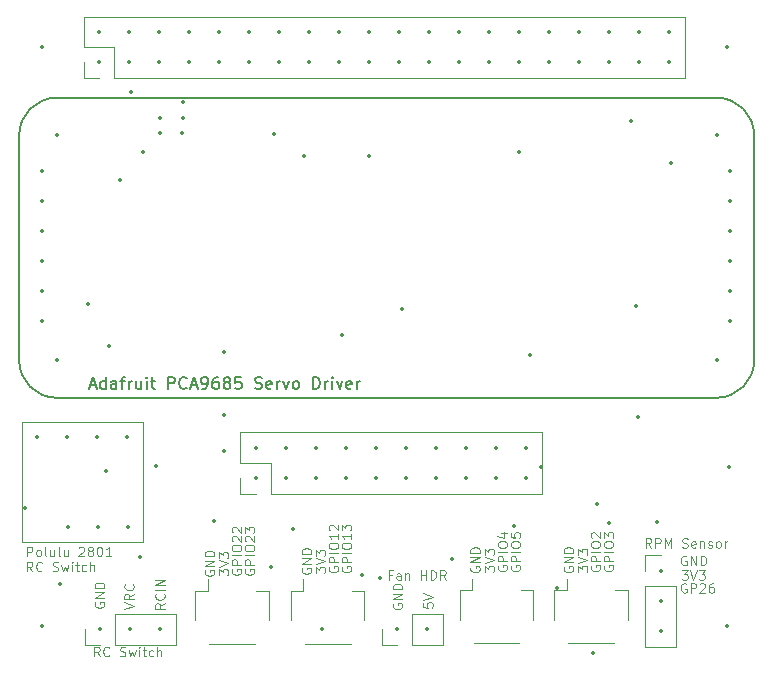
<source format=gto>
%TF.GenerationSoftware,KiCad,Pcbnew,7.0.10*%
%TF.CreationDate,2024-08-19T03:07:17+10:00*%
%TF.ProjectId,AI4R-PIHAT,41493452-2d50-4494-9841-542e6b696361,rev?*%
%TF.SameCoordinates,Original*%
%TF.FileFunction,Legend,Top*%
%TF.FilePolarity,Positive*%
%FSLAX46Y46*%
G04 Gerber Fmt 4.6, Leading zero omitted, Abs format (unit mm)*
G04 Created by KiCad (PCBNEW 7.0.10) date 2024-08-19 03:07:17*
%MOMM*%
%LPD*%
G01*
G04 APERTURE LIST*
%ADD10C,0.100000*%
%ADD11C,0.150000*%
%ADD12C,0.120000*%
%ADD13C,0.127000*%
%ADD14C,0.350000*%
G04 APERTURE END LIST*
D10*
X38696895Y-60019925D02*
X38696895Y-59524687D01*
X38696895Y-59524687D02*
X39001657Y-59791353D01*
X39001657Y-59791353D02*
X39001657Y-59677068D01*
X39001657Y-59677068D02*
X39039752Y-59600877D01*
X39039752Y-59600877D02*
X39077847Y-59562782D01*
X39077847Y-59562782D02*
X39154038Y-59524687D01*
X39154038Y-59524687D02*
X39344514Y-59524687D01*
X39344514Y-59524687D02*
X39420704Y-59562782D01*
X39420704Y-59562782D02*
X39458800Y-59600877D01*
X39458800Y-59600877D02*
X39496895Y-59677068D01*
X39496895Y-59677068D02*
X39496895Y-59905639D01*
X39496895Y-59905639D02*
X39458800Y-59981830D01*
X39458800Y-59981830D02*
X39420704Y-60019925D01*
X38696895Y-59296115D02*
X39496895Y-59029448D01*
X39496895Y-59029448D02*
X38696895Y-58762782D01*
X38696895Y-58572306D02*
X38696895Y-58077068D01*
X38696895Y-58077068D02*
X39001657Y-58343734D01*
X39001657Y-58343734D02*
X39001657Y-58229449D01*
X39001657Y-58229449D02*
X39039752Y-58153258D01*
X39039752Y-58153258D02*
X39077847Y-58115163D01*
X39077847Y-58115163D02*
X39154038Y-58077068D01*
X39154038Y-58077068D02*
X39344514Y-58077068D01*
X39344514Y-58077068D02*
X39420704Y-58115163D01*
X39420704Y-58115163D02*
X39458800Y-58153258D01*
X39458800Y-58153258D02*
X39496895Y-58229449D01*
X39496895Y-58229449D02*
X39496895Y-58458020D01*
X39496895Y-58458020D02*
X39458800Y-58534211D01*
X39458800Y-58534211D02*
X39420704Y-58572306D01*
X40934990Y-59524687D02*
X40896895Y-59600877D01*
X40896895Y-59600877D02*
X40896895Y-59715163D01*
X40896895Y-59715163D02*
X40934990Y-59829449D01*
X40934990Y-59829449D02*
X41011180Y-59905639D01*
X41011180Y-59905639D02*
X41087371Y-59943734D01*
X41087371Y-59943734D02*
X41239752Y-59981830D01*
X41239752Y-59981830D02*
X41354038Y-59981830D01*
X41354038Y-59981830D02*
X41506419Y-59943734D01*
X41506419Y-59943734D02*
X41582609Y-59905639D01*
X41582609Y-59905639D02*
X41658800Y-59829449D01*
X41658800Y-59829449D02*
X41696895Y-59715163D01*
X41696895Y-59715163D02*
X41696895Y-59638972D01*
X41696895Y-59638972D02*
X41658800Y-59524687D01*
X41658800Y-59524687D02*
X41620704Y-59486591D01*
X41620704Y-59486591D02*
X41354038Y-59486591D01*
X41354038Y-59486591D02*
X41354038Y-59638972D01*
X41696895Y-59143734D02*
X40896895Y-59143734D01*
X40896895Y-59143734D02*
X40896895Y-58838972D01*
X40896895Y-58838972D02*
X40934990Y-58762782D01*
X40934990Y-58762782D02*
X40973085Y-58724687D01*
X40973085Y-58724687D02*
X41049276Y-58686591D01*
X41049276Y-58686591D02*
X41163561Y-58686591D01*
X41163561Y-58686591D02*
X41239752Y-58724687D01*
X41239752Y-58724687D02*
X41277847Y-58762782D01*
X41277847Y-58762782D02*
X41315942Y-58838972D01*
X41315942Y-58838972D02*
X41315942Y-59143734D01*
X41696895Y-58343734D02*
X40896895Y-58343734D01*
X40896895Y-57810401D02*
X40896895Y-57658020D01*
X40896895Y-57658020D02*
X40934990Y-57581830D01*
X40934990Y-57581830D02*
X41011180Y-57505639D01*
X41011180Y-57505639D02*
X41163561Y-57467544D01*
X41163561Y-57467544D02*
X41430228Y-57467544D01*
X41430228Y-57467544D02*
X41582609Y-57505639D01*
X41582609Y-57505639D02*
X41658800Y-57581830D01*
X41658800Y-57581830D02*
X41696895Y-57658020D01*
X41696895Y-57658020D02*
X41696895Y-57810401D01*
X41696895Y-57810401D02*
X41658800Y-57886592D01*
X41658800Y-57886592D02*
X41582609Y-57962782D01*
X41582609Y-57962782D02*
X41430228Y-58000878D01*
X41430228Y-58000878D02*
X41163561Y-58000878D01*
X41163561Y-58000878D02*
X41011180Y-57962782D01*
X41011180Y-57962782D02*
X40934990Y-57886592D01*
X40934990Y-57886592D02*
X40896895Y-57810401D01*
X41696895Y-56705640D02*
X41696895Y-57162783D01*
X41696895Y-56934211D02*
X40896895Y-56934211D01*
X40896895Y-56934211D02*
X41011180Y-57010402D01*
X41011180Y-57010402D02*
X41087371Y-57086592D01*
X41087371Y-57086592D02*
X41125466Y-57162783D01*
X40896895Y-56438973D02*
X40896895Y-55943735D01*
X40896895Y-55943735D02*
X41201657Y-56210401D01*
X41201657Y-56210401D02*
X41201657Y-56096116D01*
X41201657Y-56096116D02*
X41239752Y-56019925D01*
X41239752Y-56019925D02*
X41277847Y-55981830D01*
X41277847Y-55981830D02*
X41354038Y-55943735D01*
X41354038Y-55943735D02*
X41544514Y-55943735D01*
X41544514Y-55943735D02*
X41620704Y-55981830D01*
X41620704Y-55981830D02*
X41658800Y-56019925D01*
X41658800Y-56019925D02*
X41696895Y-56096116D01*
X41696895Y-56096116D02*
X41696895Y-56324687D01*
X41696895Y-56324687D02*
X41658800Y-56400878D01*
X41658800Y-56400878D02*
X41620704Y-56438973D01*
X54134990Y-59424687D02*
X54096895Y-59500877D01*
X54096895Y-59500877D02*
X54096895Y-59615163D01*
X54096895Y-59615163D02*
X54134990Y-59729449D01*
X54134990Y-59729449D02*
X54211180Y-59805639D01*
X54211180Y-59805639D02*
X54287371Y-59843734D01*
X54287371Y-59843734D02*
X54439752Y-59881830D01*
X54439752Y-59881830D02*
X54554038Y-59881830D01*
X54554038Y-59881830D02*
X54706419Y-59843734D01*
X54706419Y-59843734D02*
X54782609Y-59805639D01*
X54782609Y-59805639D02*
X54858800Y-59729449D01*
X54858800Y-59729449D02*
X54896895Y-59615163D01*
X54896895Y-59615163D02*
X54896895Y-59538972D01*
X54896895Y-59538972D02*
X54858800Y-59424687D01*
X54858800Y-59424687D02*
X54820704Y-59386591D01*
X54820704Y-59386591D02*
X54554038Y-59386591D01*
X54554038Y-59386591D02*
X54554038Y-59538972D01*
X54896895Y-59043734D02*
X54096895Y-59043734D01*
X54096895Y-59043734D02*
X54096895Y-58738972D01*
X54096895Y-58738972D02*
X54134990Y-58662782D01*
X54134990Y-58662782D02*
X54173085Y-58624687D01*
X54173085Y-58624687D02*
X54249276Y-58586591D01*
X54249276Y-58586591D02*
X54363561Y-58586591D01*
X54363561Y-58586591D02*
X54439752Y-58624687D01*
X54439752Y-58624687D02*
X54477847Y-58662782D01*
X54477847Y-58662782D02*
X54515942Y-58738972D01*
X54515942Y-58738972D02*
X54515942Y-59043734D01*
X54896895Y-58243734D02*
X54096895Y-58243734D01*
X54096895Y-57710401D02*
X54096895Y-57558020D01*
X54096895Y-57558020D02*
X54134990Y-57481830D01*
X54134990Y-57481830D02*
X54211180Y-57405639D01*
X54211180Y-57405639D02*
X54363561Y-57367544D01*
X54363561Y-57367544D02*
X54630228Y-57367544D01*
X54630228Y-57367544D02*
X54782609Y-57405639D01*
X54782609Y-57405639D02*
X54858800Y-57481830D01*
X54858800Y-57481830D02*
X54896895Y-57558020D01*
X54896895Y-57558020D02*
X54896895Y-57710401D01*
X54896895Y-57710401D02*
X54858800Y-57786592D01*
X54858800Y-57786592D02*
X54782609Y-57862782D01*
X54782609Y-57862782D02*
X54630228Y-57900878D01*
X54630228Y-57900878D02*
X54363561Y-57900878D01*
X54363561Y-57900878D02*
X54211180Y-57862782D01*
X54211180Y-57862782D02*
X54134990Y-57786592D01*
X54134990Y-57786592D02*
X54096895Y-57710401D01*
X54363561Y-56681830D02*
X54896895Y-56681830D01*
X54058800Y-56872306D02*
X54630228Y-57062783D01*
X54630228Y-57062783D02*
X54630228Y-56567544D01*
X32734990Y-59724687D02*
X32696895Y-59800877D01*
X32696895Y-59800877D02*
X32696895Y-59915163D01*
X32696895Y-59915163D02*
X32734990Y-60029449D01*
X32734990Y-60029449D02*
X32811180Y-60105639D01*
X32811180Y-60105639D02*
X32887371Y-60143734D01*
X32887371Y-60143734D02*
X33039752Y-60181830D01*
X33039752Y-60181830D02*
X33154038Y-60181830D01*
X33154038Y-60181830D02*
X33306419Y-60143734D01*
X33306419Y-60143734D02*
X33382609Y-60105639D01*
X33382609Y-60105639D02*
X33458800Y-60029449D01*
X33458800Y-60029449D02*
X33496895Y-59915163D01*
X33496895Y-59915163D02*
X33496895Y-59838972D01*
X33496895Y-59838972D02*
X33458800Y-59724687D01*
X33458800Y-59724687D02*
X33420704Y-59686591D01*
X33420704Y-59686591D02*
X33154038Y-59686591D01*
X33154038Y-59686591D02*
X33154038Y-59838972D01*
X33496895Y-59343734D02*
X32696895Y-59343734D01*
X32696895Y-59343734D02*
X32696895Y-59038972D01*
X32696895Y-59038972D02*
X32734990Y-58962782D01*
X32734990Y-58962782D02*
X32773085Y-58924687D01*
X32773085Y-58924687D02*
X32849276Y-58886591D01*
X32849276Y-58886591D02*
X32963561Y-58886591D01*
X32963561Y-58886591D02*
X33039752Y-58924687D01*
X33039752Y-58924687D02*
X33077847Y-58962782D01*
X33077847Y-58962782D02*
X33115942Y-59038972D01*
X33115942Y-59038972D02*
X33115942Y-59343734D01*
X33496895Y-58543734D02*
X32696895Y-58543734D01*
X32696895Y-58010401D02*
X32696895Y-57858020D01*
X32696895Y-57858020D02*
X32734990Y-57781830D01*
X32734990Y-57781830D02*
X32811180Y-57705639D01*
X32811180Y-57705639D02*
X32963561Y-57667544D01*
X32963561Y-57667544D02*
X33230228Y-57667544D01*
X33230228Y-57667544D02*
X33382609Y-57705639D01*
X33382609Y-57705639D02*
X33458800Y-57781830D01*
X33458800Y-57781830D02*
X33496895Y-57858020D01*
X33496895Y-57858020D02*
X33496895Y-58010401D01*
X33496895Y-58010401D02*
X33458800Y-58086592D01*
X33458800Y-58086592D02*
X33382609Y-58162782D01*
X33382609Y-58162782D02*
X33230228Y-58200878D01*
X33230228Y-58200878D02*
X32963561Y-58200878D01*
X32963561Y-58200878D02*
X32811180Y-58162782D01*
X32811180Y-58162782D02*
X32734990Y-58086592D01*
X32734990Y-58086592D02*
X32696895Y-58010401D01*
X32773085Y-57362783D02*
X32734990Y-57324687D01*
X32734990Y-57324687D02*
X32696895Y-57248497D01*
X32696895Y-57248497D02*
X32696895Y-57058021D01*
X32696895Y-57058021D02*
X32734990Y-56981830D01*
X32734990Y-56981830D02*
X32773085Y-56943735D01*
X32773085Y-56943735D02*
X32849276Y-56905640D01*
X32849276Y-56905640D02*
X32925466Y-56905640D01*
X32925466Y-56905640D02*
X33039752Y-56943735D01*
X33039752Y-56943735D02*
X33496895Y-57400878D01*
X33496895Y-57400878D02*
X33496895Y-56905640D01*
X32696895Y-56638973D02*
X32696895Y-56143735D01*
X32696895Y-56143735D02*
X33001657Y-56410401D01*
X33001657Y-56410401D02*
X33001657Y-56296116D01*
X33001657Y-56296116D02*
X33039752Y-56219925D01*
X33039752Y-56219925D02*
X33077847Y-56181830D01*
X33077847Y-56181830D02*
X33154038Y-56143735D01*
X33154038Y-56143735D02*
X33344514Y-56143735D01*
X33344514Y-56143735D02*
X33420704Y-56181830D01*
X33420704Y-56181830D02*
X33458800Y-56219925D01*
X33458800Y-56219925D02*
X33496895Y-56296116D01*
X33496895Y-56296116D02*
X33496895Y-56524687D01*
X33496895Y-56524687D02*
X33458800Y-56600878D01*
X33458800Y-56600878D02*
X33420704Y-56638973D01*
X70075312Y-60934990D02*
X69999122Y-60896895D01*
X69999122Y-60896895D02*
X69884836Y-60896895D01*
X69884836Y-60896895D02*
X69770550Y-60934990D01*
X69770550Y-60934990D02*
X69694360Y-61011180D01*
X69694360Y-61011180D02*
X69656265Y-61087371D01*
X69656265Y-61087371D02*
X69618169Y-61239752D01*
X69618169Y-61239752D02*
X69618169Y-61354038D01*
X69618169Y-61354038D02*
X69656265Y-61506419D01*
X69656265Y-61506419D02*
X69694360Y-61582609D01*
X69694360Y-61582609D02*
X69770550Y-61658800D01*
X69770550Y-61658800D02*
X69884836Y-61696895D01*
X69884836Y-61696895D02*
X69961027Y-61696895D01*
X69961027Y-61696895D02*
X70075312Y-61658800D01*
X70075312Y-61658800D02*
X70113408Y-61620704D01*
X70113408Y-61620704D02*
X70113408Y-61354038D01*
X70113408Y-61354038D02*
X69961027Y-61354038D01*
X70456265Y-61696895D02*
X70456265Y-60896895D01*
X70456265Y-60896895D02*
X70761027Y-60896895D01*
X70761027Y-60896895D02*
X70837217Y-60934990D01*
X70837217Y-60934990D02*
X70875312Y-60973085D01*
X70875312Y-60973085D02*
X70913408Y-61049276D01*
X70913408Y-61049276D02*
X70913408Y-61163561D01*
X70913408Y-61163561D02*
X70875312Y-61239752D01*
X70875312Y-61239752D02*
X70837217Y-61277847D01*
X70837217Y-61277847D02*
X70761027Y-61315942D01*
X70761027Y-61315942D02*
X70456265Y-61315942D01*
X71218169Y-60973085D02*
X71256265Y-60934990D01*
X71256265Y-60934990D02*
X71332455Y-60896895D01*
X71332455Y-60896895D02*
X71522931Y-60896895D01*
X71522931Y-60896895D02*
X71599122Y-60934990D01*
X71599122Y-60934990D02*
X71637217Y-60973085D01*
X71637217Y-60973085D02*
X71675312Y-61049276D01*
X71675312Y-61049276D02*
X71675312Y-61125466D01*
X71675312Y-61125466D02*
X71637217Y-61239752D01*
X71637217Y-61239752D02*
X71180074Y-61696895D01*
X71180074Y-61696895D02*
X71675312Y-61696895D01*
X72361027Y-60896895D02*
X72208646Y-60896895D01*
X72208646Y-60896895D02*
X72132455Y-60934990D01*
X72132455Y-60934990D02*
X72094360Y-60973085D01*
X72094360Y-60973085D02*
X72018170Y-61087371D01*
X72018170Y-61087371D02*
X71980074Y-61239752D01*
X71980074Y-61239752D02*
X71980074Y-61544514D01*
X71980074Y-61544514D02*
X72018170Y-61620704D01*
X72018170Y-61620704D02*
X72056265Y-61658800D01*
X72056265Y-61658800D02*
X72132455Y-61696895D01*
X72132455Y-61696895D02*
X72284836Y-61696895D01*
X72284836Y-61696895D02*
X72361027Y-61658800D01*
X72361027Y-61658800D02*
X72399122Y-61620704D01*
X72399122Y-61620704D02*
X72437217Y-61544514D01*
X72437217Y-61544514D02*
X72437217Y-61354038D01*
X72437217Y-61354038D02*
X72399122Y-61277847D01*
X72399122Y-61277847D02*
X72361027Y-61239752D01*
X72361027Y-61239752D02*
X72284836Y-61201657D01*
X72284836Y-61201657D02*
X72132455Y-61201657D01*
X72132455Y-61201657D02*
X72056265Y-61239752D01*
X72056265Y-61239752D02*
X72018170Y-61277847D01*
X72018170Y-61277847D02*
X71980074Y-61354038D01*
X29334990Y-59824687D02*
X29296895Y-59900877D01*
X29296895Y-59900877D02*
X29296895Y-60015163D01*
X29296895Y-60015163D02*
X29334990Y-60129449D01*
X29334990Y-60129449D02*
X29411180Y-60205639D01*
X29411180Y-60205639D02*
X29487371Y-60243734D01*
X29487371Y-60243734D02*
X29639752Y-60281830D01*
X29639752Y-60281830D02*
X29754038Y-60281830D01*
X29754038Y-60281830D02*
X29906419Y-60243734D01*
X29906419Y-60243734D02*
X29982609Y-60205639D01*
X29982609Y-60205639D02*
X30058800Y-60129449D01*
X30058800Y-60129449D02*
X30096895Y-60015163D01*
X30096895Y-60015163D02*
X30096895Y-59938972D01*
X30096895Y-59938972D02*
X30058800Y-59824687D01*
X30058800Y-59824687D02*
X30020704Y-59786591D01*
X30020704Y-59786591D02*
X29754038Y-59786591D01*
X29754038Y-59786591D02*
X29754038Y-59938972D01*
X30096895Y-59443734D02*
X29296895Y-59443734D01*
X29296895Y-59443734D02*
X30096895Y-58986591D01*
X30096895Y-58986591D02*
X29296895Y-58986591D01*
X30096895Y-58605639D02*
X29296895Y-58605639D01*
X29296895Y-58605639D02*
X29296895Y-58415163D01*
X29296895Y-58415163D02*
X29334990Y-58300877D01*
X29334990Y-58300877D02*
X29411180Y-58224687D01*
X29411180Y-58224687D02*
X29487371Y-58186592D01*
X29487371Y-58186592D02*
X29639752Y-58148496D01*
X29639752Y-58148496D02*
X29754038Y-58148496D01*
X29754038Y-58148496D02*
X29906419Y-58186592D01*
X29906419Y-58186592D02*
X29982609Y-58224687D01*
X29982609Y-58224687D02*
X30058800Y-58300877D01*
X30058800Y-58300877D02*
X30096895Y-58415163D01*
X30096895Y-58415163D02*
X30096895Y-58605639D01*
D11*
X19564160Y-44159104D02*
X20040350Y-44159104D01*
X19468922Y-44444819D02*
X19802255Y-43444819D01*
X19802255Y-43444819D02*
X20135588Y-44444819D01*
X20897493Y-44444819D02*
X20897493Y-43444819D01*
X20897493Y-44397200D02*
X20802255Y-44444819D01*
X20802255Y-44444819D02*
X20611779Y-44444819D01*
X20611779Y-44444819D02*
X20516541Y-44397200D01*
X20516541Y-44397200D02*
X20468922Y-44349580D01*
X20468922Y-44349580D02*
X20421303Y-44254342D01*
X20421303Y-44254342D02*
X20421303Y-43968628D01*
X20421303Y-43968628D02*
X20468922Y-43873390D01*
X20468922Y-43873390D02*
X20516541Y-43825771D01*
X20516541Y-43825771D02*
X20611779Y-43778152D01*
X20611779Y-43778152D02*
X20802255Y-43778152D01*
X20802255Y-43778152D02*
X20897493Y-43825771D01*
X21802255Y-44444819D02*
X21802255Y-43921009D01*
X21802255Y-43921009D02*
X21754636Y-43825771D01*
X21754636Y-43825771D02*
X21659398Y-43778152D01*
X21659398Y-43778152D02*
X21468922Y-43778152D01*
X21468922Y-43778152D02*
X21373684Y-43825771D01*
X21802255Y-44397200D02*
X21707017Y-44444819D01*
X21707017Y-44444819D02*
X21468922Y-44444819D01*
X21468922Y-44444819D02*
X21373684Y-44397200D01*
X21373684Y-44397200D02*
X21326065Y-44301961D01*
X21326065Y-44301961D02*
X21326065Y-44206723D01*
X21326065Y-44206723D02*
X21373684Y-44111485D01*
X21373684Y-44111485D02*
X21468922Y-44063866D01*
X21468922Y-44063866D02*
X21707017Y-44063866D01*
X21707017Y-44063866D02*
X21802255Y-44016247D01*
X22135589Y-43778152D02*
X22516541Y-43778152D01*
X22278446Y-44444819D02*
X22278446Y-43587676D01*
X22278446Y-43587676D02*
X22326065Y-43492438D01*
X22326065Y-43492438D02*
X22421303Y-43444819D01*
X22421303Y-43444819D02*
X22516541Y-43444819D01*
X22849875Y-44444819D02*
X22849875Y-43778152D01*
X22849875Y-43968628D02*
X22897494Y-43873390D01*
X22897494Y-43873390D02*
X22945113Y-43825771D01*
X22945113Y-43825771D02*
X23040351Y-43778152D01*
X23040351Y-43778152D02*
X23135589Y-43778152D01*
X23897494Y-43778152D02*
X23897494Y-44444819D01*
X23468923Y-43778152D02*
X23468923Y-44301961D01*
X23468923Y-44301961D02*
X23516542Y-44397200D01*
X23516542Y-44397200D02*
X23611780Y-44444819D01*
X23611780Y-44444819D02*
X23754637Y-44444819D01*
X23754637Y-44444819D02*
X23849875Y-44397200D01*
X23849875Y-44397200D02*
X23897494Y-44349580D01*
X24373685Y-44444819D02*
X24373685Y-43778152D01*
X24373685Y-43444819D02*
X24326066Y-43492438D01*
X24326066Y-43492438D02*
X24373685Y-43540057D01*
X24373685Y-43540057D02*
X24421304Y-43492438D01*
X24421304Y-43492438D02*
X24373685Y-43444819D01*
X24373685Y-43444819D02*
X24373685Y-43540057D01*
X24707018Y-43778152D02*
X25087970Y-43778152D01*
X24849875Y-43444819D02*
X24849875Y-44301961D01*
X24849875Y-44301961D02*
X24897494Y-44397200D01*
X24897494Y-44397200D02*
X24992732Y-44444819D01*
X24992732Y-44444819D02*
X25087970Y-44444819D01*
X26183209Y-44444819D02*
X26183209Y-43444819D01*
X26183209Y-43444819D02*
X26564161Y-43444819D01*
X26564161Y-43444819D02*
X26659399Y-43492438D01*
X26659399Y-43492438D02*
X26707018Y-43540057D01*
X26707018Y-43540057D02*
X26754637Y-43635295D01*
X26754637Y-43635295D02*
X26754637Y-43778152D01*
X26754637Y-43778152D02*
X26707018Y-43873390D01*
X26707018Y-43873390D02*
X26659399Y-43921009D01*
X26659399Y-43921009D02*
X26564161Y-43968628D01*
X26564161Y-43968628D02*
X26183209Y-43968628D01*
X27754637Y-44349580D02*
X27707018Y-44397200D01*
X27707018Y-44397200D02*
X27564161Y-44444819D01*
X27564161Y-44444819D02*
X27468923Y-44444819D01*
X27468923Y-44444819D02*
X27326066Y-44397200D01*
X27326066Y-44397200D02*
X27230828Y-44301961D01*
X27230828Y-44301961D02*
X27183209Y-44206723D01*
X27183209Y-44206723D02*
X27135590Y-44016247D01*
X27135590Y-44016247D02*
X27135590Y-43873390D01*
X27135590Y-43873390D02*
X27183209Y-43682914D01*
X27183209Y-43682914D02*
X27230828Y-43587676D01*
X27230828Y-43587676D02*
X27326066Y-43492438D01*
X27326066Y-43492438D02*
X27468923Y-43444819D01*
X27468923Y-43444819D02*
X27564161Y-43444819D01*
X27564161Y-43444819D02*
X27707018Y-43492438D01*
X27707018Y-43492438D02*
X27754637Y-43540057D01*
X28135590Y-44159104D02*
X28611780Y-44159104D01*
X28040352Y-44444819D02*
X28373685Y-43444819D01*
X28373685Y-43444819D02*
X28707018Y-44444819D01*
X29087971Y-44444819D02*
X29278447Y-44444819D01*
X29278447Y-44444819D02*
X29373685Y-44397200D01*
X29373685Y-44397200D02*
X29421304Y-44349580D01*
X29421304Y-44349580D02*
X29516542Y-44206723D01*
X29516542Y-44206723D02*
X29564161Y-44016247D01*
X29564161Y-44016247D02*
X29564161Y-43635295D01*
X29564161Y-43635295D02*
X29516542Y-43540057D01*
X29516542Y-43540057D02*
X29468923Y-43492438D01*
X29468923Y-43492438D02*
X29373685Y-43444819D01*
X29373685Y-43444819D02*
X29183209Y-43444819D01*
X29183209Y-43444819D02*
X29087971Y-43492438D01*
X29087971Y-43492438D02*
X29040352Y-43540057D01*
X29040352Y-43540057D02*
X28992733Y-43635295D01*
X28992733Y-43635295D02*
X28992733Y-43873390D01*
X28992733Y-43873390D02*
X29040352Y-43968628D01*
X29040352Y-43968628D02*
X29087971Y-44016247D01*
X29087971Y-44016247D02*
X29183209Y-44063866D01*
X29183209Y-44063866D02*
X29373685Y-44063866D01*
X29373685Y-44063866D02*
X29468923Y-44016247D01*
X29468923Y-44016247D02*
X29516542Y-43968628D01*
X29516542Y-43968628D02*
X29564161Y-43873390D01*
X30421304Y-43444819D02*
X30230828Y-43444819D01*
X30230828Y-43444819D02*
X30135590Y-43492438D01*
X30135590Y-43492438D02*
X30087971Y-43540057D01*
X30087971Y-43540057D02*
X29992733Y-43682914D01*
X29992733Y-43682914D02*
X29945114Y-43873390D01*
X29945114Y-43873390D02*
X29945114Y-44254342D01*
X29945114Y-44254342D02*
X29992733Y-44349580D01*
X29992733Y-44349580D02*
X30040352Y-44397200D01*
X30040352Y-44397200D02*
X30135590Y-44444819D01*
X30135590Y-44444819D02*
X30326066Y-44444819D01*
X30326066Y-44444819D02*
X30421304Y-44397200D01*
X30421304Y-44397200D02*
X30468923Y-44349580D01*
X30468923Y-44349580D02*
X30516542Y-44254342D01*
X30516542Y-44254342D02*
X30516542Y-44016247D01*
X30516542Y-44016247D02*
X30468923Y-43921009D01*
X30468923Y-43921009D02*
X30421304Y-43873390D01*
X30421304Y-43873390D02*
X30326066Y-43825771D01*
X30326066Y-43825771D02*
X30135590Y-43825771D01*
X30135590Y-43825771D02*
X30040352Y-43873390D01*
X30040352Y-43873390D02*
X29992733Y-43921009D01*
X29992733Y-43921009D02*
X29945114Y-44016247D01*
X31087971Y-43873390D02*
X30992733Y-43825771D01*
X30992733Y-43825771D02*
X30945114Y-43778152D01*
X30945114Y-43778152D02*
X30897495Y-43682914D01*
X30897495Y-43682914D02*
X30897495Y-43635295D01*
X30897495Y-43635295D02*
X30945114Y-43540057D01*
X30945114Y-43540057D02*
X30992733Y-43492438D01*
X30992733Y-43492438D02*
X31087971Y-43444819D01*
X31087971Y-43444819D02*
X31278447Y-43444819D01*
X31278447Y-43444819D02*
X31373685Y-43492438D01*
X31373685Y-43492438D02*
X31421304Y-43540057D01*
X31421304Y-43540057D02*
X31468923Y-43635295D01*
X31468923Y-43635295D02*
X31468923Y-43682914D01*
X31468923Y-43682914D02*
X31421304Y-43778152D01*
X31421304Y-43778152D02*
X31373685Y-43825771D01*
X31373685Y-43825771D02*
X31278447Y-43873390D01*
X31278447Y-43873390D02*
X31087971Y-43873390D01*
X31087971Y-43873390D02*
X30992733Y-43921009D01*
X30992733Y-43921009D02*
X30945114Y-43968628D01*
X30945114Y-43968628D02*
X30897495Y-44063866D01*
X30897495Y-44063866D02*
X30897495Y-44254342D01*
X30897495Y-44254342D02*
X30945114Y-44349580D01*
X30945114Y-44349580D02*
X30992733Y-44397200D01*
X30992733Y-44397200D02*
X31087971Y-44444819D01*
X31087971Y-44444819D02*
X31278447Y-44444819D01*
X31278447Y-44444819D02*
X31373685Y-44397200D01*
X31373685Y-44397200D02*
X31421304Y-44349580D01*
X31421304Y-44349580D02*
X31468923Y-44254342D01*
X31468923Y-44254342D02*
X31468923Y-44063866D01*
X31468923Y-44063866D02*
X31421304Y-43968628D01*
X31421304Y-43968628D02*
X31373685Y-43921009D01*
X31373685Y-43921009D02*
X31278447Y-43873390D01*
X32373685Y-43444819D02*
X31897495Y-43444819D01*
X31897495Y-43444819D02*
X31849876Y-43921009D01*
X31849876Y-43921009D02*
X31897495Y-43873390D01*
X31897495Y-43873390D02*
X31992733Y-43825771D01*
X31992733Y-43825771D02*
X32230828Y-43825771D01*
X32230828Y-43825771D02*
X32326066Y-43873390D01*
X32326066Y-43873390D02*
X32373685Y-43921009D01*
X32373685Y-43921009D02*
X32421304Y-44016247D01*
X32421304Y-44016247D02*
X32421304Y-44254342D01*
X32421304Y-44254342D02*
X32373685Y-44349580D01*
X32373685Y-44349580D02*
X32326066Y-44397200D01*
X32326066Y-44397200D02*
X32230828Y-44444819D01*
X32230828Y-44444819D02*
X31992733Y-44444819D01*
X31992733Y-44444819D02*
X31897495Y-44397200D01*
X31897495Y-44397200D02*
X31849876Y-44349580D01*
X33564162Y-44397200D02*
X33707019Y-44444819D01*
X33707019Y-44444819D02*
X33945114Y-44444819D01*
X33945114Y-44444819D02*
X34040352Y-44397200D01*
X34040352Y-44397200D02*
X34087971Y-44349580D01*
X34087971Y-44349580D02*
X34135590Y-44254342D01*
X34135590Y-44254342D02*
X34135590Y-44159104D01*
X34135590Y-44159104D02*
X34087971Y-44063866D01*
X34087971Y-44063866D02*
X34040352Y-44016247D01*
X34040352Y-44016247D02*
X33945114Y-43968628D01*
X33945114Y-43968628D02*
X33754638Y-43921009D01*
X33754638Y-43921009D02*
X33659400Y-43873390D01*
X33659400Y-43873390D02*
X33611781Y-43825771D01*
X33611781Y-43825771D02*
X33564162Y-43730533D01*
X33564162Y-43730533D02*
X33564162Y-43635295D01*
X33564162Y-43635295D02*
X33611781Y-43540057D01*
X33611781Y-43540057D02*
X33659400Y-43492438D01*
X33659400Y-43492438D02*
X33754638Y-43444819D01*
X33754638Y-43444819D02*
X33992733Y-43444819D01*
X33992733Y-43444819D02*
X34135590Y-43492438D01*
X34945114Y-44397200D02*
X34849876Y-44444819D01*
X34849876Y-44444819D02*
X34659400Y-44444819D01*
X34659400Y-44444819D02*
X34564162Y-44397200D01*
X34564162Y-44397200D02*
X34516543Y-44301961D01*
X34516543Y-44301961D02*
X34516543Y-43921009D01*
X34516543Y-43921009D02*
X34564162Y-43825771D01*
X34564162Y-43825771D02*
X34659400Y-43778152D01*
X34659400Y-43778152D02*
X34849876Y-43778152D01*
X34849876Y-43778152D02*
X34945114Y-43825771D01*
X34945114Y-43825771D02*
X34992733Y-43921009D01*
X34992733Y-43921009D02*
X34992733Y-44016247D01*
X34992733Y-44016247D02*
X34516543Y-44111485D01*
X35421305Y-44444819D02*
X35421305Y-43778152D01*
X35421305Y-43968628D02*
X35468924Y-43873390D01*
X35468924Y-43873390D02*
X35516543Y-43825771D01*
X35516543Y-43825771D02*
X35611781Y-43778152D01*
X35611781Y-43778152D02*
X35707019Y-43778152D01*
X35945115Y-43778152D02*
X36183210Y-44444819D01*
X36183210Y-44444819D02*
X36421305Y-43778152D01*
X36945115Y-44444819D02*
X36849877Y-44397200D01*
X36849877Y-44397200D02*
X36802258Y-44349580D01*
X36802258Y-44349580D02*
X36754639Y-44254342D01*
X36754639Y-44254342D02*
X36754639Y-43968628D01*
X36754639Y-43968628D02*
X36802258Y-43873390D01*
X36802258Y-43873390D02*
X36849877Y-43825771D01*
X36849877Y-43825771D02*
X36945115Y-43778152D01*
X36945115Y-43778152D02*
X37087972Y-43778152D01*
X37087972Y-43778152D02*
X37183210Y-43825771D01*
X37183210Y-43825771D02*
X37230829Y-43873390D01*
X37230829Y-43873390D02*
X37278448Y-43968628D01*
X37278448Y-43968628D02*
X37278448Y-44254342D01*
X37278448Y-44254342D02*
X37230829Y-44349580D01*
X37230829Y-44349580D02*
X37183210Y-44397200D01*
X37183210Y-44397200D02*
X37087972Y-44444819D01*
X37087972Y-44444819D02*
X36945115Y-44444819D01*
X38468925Y-44444819D02*
X38468925Y-43444819D01*
X38468925Y-43444819D02*
X38707020Y-43444819D01*
X38707020Y-43444819D02*
X38849877Y-43492438D01*
X38849877Y-43492438D02*
X38945115Y-43587676D01*
X38945115Y-43587676D02*
X38992734Y-43682914D01*
X38992734Y-43682914D02*
X39040353Y-43873390D01*
X39040353Y-43873390D02*
X39040353Y-44016247D01*
X39040353Y-44016247D02*
X38992734Y-44206723D01*
X38992734Y-44206723D02*
X38945115Y-44301961D01*
X38945115Y-44301961D02*
X38849877Y-44397200D01*
X38849877Y-44397200D02*
X38707020Y-44444819D01*
X38707020Y-44444819D02*
X38468925Y-44444819D01*
X39468925Y-44444819D02*
X39468925Y-43778152D01*
X39468925Y-43968628D02*
X39516544Y-43873390D01*
X39516544Y-43873390D02*
X39564163Y-43825771D01*
X39564163Y-43825771D02*
X39659401Y-43778152D01*
X39659401Y-43778152D02*
X39754639Y-43778152D01*
X40087973Y-44444819D02*
X40087973Y-43778152D01*
X40087973Y-43444819D02*
X40040354Y-43492438D01*
X40040354Y-43492438D02*
X40087973Y-43540057D01*
X40087973Y-43540057D02*
X40135592Y-43492438D01*
X40135592Y-43492438D02*
X40087973Y-43444819D01*
X40087973Y-43444819D02*
X40087973Y-43540057D01*
X40468925Y-43778152D02*
X40707020Y-44444819D01*
X40707020Y-44444819D02*
X40945115Y-43778152D01*
X41707020Y-44397200D02*
X41611782Y-44444819D01*
X41611782Y-44444819D02*
X41421306Y-44444819D01*
X41421306Y-44444819D02*
X41326068Y-44397200D01*
X41326068Y-44397200D02*
X41278449Y-44301961D01*
X41278449Y-44301961D02*
X41278449Y-43921009D01*
X41278449Y-43921009D02*
X41326068Y-43825771D01*
X41326068Y-43825771D02*
X41421306Y-43778152D01*
X41421306Y-43778152D02*
X41611782Y-43778152D01*
X41611782Y-43778152D02*
X41707020Y-43825771D01*
X41707020Y-43825771D02*
X41754639Y-43921009D01*
X41754639Y-43921009D02*
X41754639Y-44016247D01*
X41754639Y-44016247D02*
X41278449Y-44111485D01*
X42183211Y-44444819D02*
X42183211Y-43778152D01*
X42183211Y-43968628D02*
X42230830Y-43873390D01*
X42230830Y-43873390D02*
X42278449Y-43825771D01*
X42278449Y-43825771D02*
X42373687Y-43778152D01*
X42373687Y-43778152D02*
X42468925Y-43778152D01*
D10*
X39834990Y-59524687D02*
X39796895Y-59600877D01*
X39796895Y-59600877D02*
X39796895Y-59715163D01*
X39796895Y-59715163D02*
X39834990Y-59829449D01*
X39834990Y-59829449D02*
X39911180Y-59905639D01*
X39911180Y-59905639D02*
X39987371Y-59943734D01*
X39987371Y-59943734D02*
X40139752Y-59981830D01*
X40139752Y-59981830D02*
X40254038Y-59981830D01*
X40254038Y-59981830D02*
X40406419Y-59943734D01*
X40406419Y-59943734D02*
X40482609Y-59905639D01*
X40482609Y-59905639D02*
X40558800Y-59829449D01*
X40558800Y-59829449D02*
X40596895Y-59715163D01*
X40596895Y-59715163D02*
X40596895Y-59638972D01*
X40596895Y-59638972D02*
X40558800Y-59524687D01*
X40558800Y-59524687D02*
X40520704Y-59486591D01*
X40520704Y-59486591D02*
X40254038Y-59486591D01*
X40254038Y-59486591D02*
X40254038Y-59638972D01*
X40596895Y-59143734D02*
X39796895Y-59143734D01*
X39796895Y-59143734D02*
X39796895Y-58838972D01*
X39796895Y-58838972D02*
X39834990Y-58762782D01*
X39834990Y-58762782D02*
X39873085Y-58724687D01*
X39873085Y-58724687D02*
X39949276Y-58686591D01*
X39949276Y-58686591D02*
X40063561Y-58686591D01*
X40063561Y-58686591D02*
X40139752Y-58724687D01*
X40139752Y-58724687D02*
X40177847Y-58762782D01*
X40177847Y-58762782D02*
X40215942Y-58838972D01*
X40215942Y-58838972D02*
X40215942Y-59143734D01*
X40596895Y-58343734D02*
X39796895Y-58343734D01*
X39796895Y-57810401D02*
X39796895Y-57658020D01*
X39796895Y-57658020D02*
X39834990Y-57581830D01*
X39834990Y-57581830D02*
X39911180Y-57505639D01*
X39911180Y-57505639D02*
X40063561Y-57467544D01*
X40063561Y-57467544D02*
X40330228Y-57467544D01*
X40330228Y-57467544D02*
X40482609Y-57505639D01*
X40482609Y-57505639D02*
X40558800Y-57581830D01*
X40558800Y-57581830D02*
X40596895Y-57658020D01*
X40596895Y-57658020D02*
X40596895Y-57810401D01*
X40596895Y-57810401D02*
X40558800Y-57886592D01*
X40558800Y-57886592D02*
X40482609Y-57962782D01*
X40482609Y-57962782D02*
X40330228Y-58000878D01*
X40330228Y-58000878D02*
X40063561Y-58000878D01*
X40063561Y-58000878D02*
X39911180Y-57962782D01*
X39911180Y-57962782D02*
X39834990Y-57886592D01*
X39834990Y-57886592D02*
X39796895Y-57810401D01*
X40596895Y-56705640D02*
X40596895Y-57162783D01*
X40596895Y-56934211D02*
X39796895Y-56934211D01*
X39796895Y-56934211D02*
X39911180Y-57010402D01*
X39911180Y-57010402D02*
X39987371Y-57086592D01*
X39987371Y-57086592D02*
X40025466Y-57162783D01*
X39873085Y-56400878D02*
X39834990Y-56362782D01*
X39834990Y-56362782D02*
X39796895Y-56286592D01*
X39796895Y-56286592D02*
X39796895Y-56096116D01*
X39796895Y-56096116D02*
X39834990Y-56019925D01*
X39834990Y-56019925D02*
X39873085Y-55981830D01*
X39873085Y-55981830D02*
X39949276Y-55943735D01*
X39949276Y-55943735D02*
X40025466Y-55943735D01*
X40025466Y-55943735D02*
X40139752Y-55981830D01*
X40139752Y-55981830D02*
X40596895Y-56438973D01*
X40596895Y-56438973D02*
X40596895Y-55943735D01*
X22496895Y-63058020D02*
X23296895Y-62791353D01*
X23296895Y-62791353D02*
X22496895Y-62524687D01*
X23296895Y-61800877D02*
X22915942Y-62067544D01*
X23296895Y-62258020D02*
X22496895Y-62258020D01*
X22496895Y-62258020D02*
X22496895Y-61953258D01*
X22496895Y-61953258D02*
X22534990Y-61877068D01*
X22534990Y-61877068D02*
X22573085Y-61838973D01*
X22573085Y-61838973D02*
X22649276Y-61800877D01*
X22649276Y-61800877D02*
X22763561Y-61800877D01*
X22763561Y-61800877D02*
X22839752Y-61838973D01*
X22839752Y-61838973D02*
X22877847Y-61877068D01*
X22877847Y-61877068D02*
X22915942Y-61953258D01*
X22915942Y-61953258D02*
X22915942Y-62258020D01*
X23220704Y-61000877D02*
X23258800Y-61038973D01*
X23258800Y-61038973D02*
X23296895Y-61153258D01*
X23296895Y-61153258D02*
X23296895Y-61229449D01*
X23296895Y-61229449D02*
X23258800Y-61343735D01*
X23258800Y-61343735D02*
X23182609Y-61419925D01*
X23182609Y-61419925D02*
X23106419Y-61458020D01*
X23106419Y-61458020D02*
X22954038Y-61496116D01*
X22954038Y-61496116D02*
X22839752Y-61496116D01*
X22839752Y-61496116D02*
X22687371Y-61458020D01*
X22687371Y-61458020D02*
X22611180Y-61419925D01*
X22611180Y-61419925D02*
X22534990Y-61343735D01*
X22534990Y-61343735D02*
X22496895Y-61229449D01*
X22496895Y-61229449D02*
X22496895Y-61153258D01*
X22496895Y-61153258D02*
X22534990Y-61038973D01*
X22534990Y-61038973D02*
X22573085Y-61000877D01*
X62034990Y-59424687D02*
X61996895Y-59500877D01*
X61996895Y-59500877D02*
X61996895Y-59615163D01*
X61996895Y-59615163D02*
X62034990Y-59729449D01*
X62034990Y-59729449D02*
X62111180Y-59805639D01*
X62111180Y-59805639D02*
X62187371Y-59843734D01*
X62187371Y-59843734D02*
X62339752Y-59881830D01*
X62339752Y-59881830D02*
X62454038Y-59881830D01*
X62454038Y-59881830D02*
X62606419Y-59843734D01*
X62606419Y-59843734D02*
X62682609Y-59805639D01*
X62682609Y-59805639D02*
X62758800Y-59729449D01*
X62758800Y-59729449D02*
X62796895Y-59615163D01*
X62796895Y-59615163D02*
X62796895Y-59538972D01*
X62796895Y-59538972D02*
X62758800Y-59424687D01*
X62758800Y-59424687D02*
X62720704Y-59386591D01*
X62720704Y-59386591D02*
X62454038Y-59386591D01*
X62454038Y-59386591D02*
X62454038Y-59538972D01*
X62796895Y-59043734D02*
X61996895Y-59043734D01*
X61996895Y-59043734D02*
X61996895Y-58738972D01*
X61996895Y-58738972D02*
X62034990Y-58662782D01*
X62034990Y-58662782D02*
X62073085Y-58624687D01*
X62073085Y-58624687D02*
X62149276Y-58586591D01*
X62149276Y-58586591D02*
X62263561Y-58586591D01*
X62263561Y-58586591D02*
X62339752Y-58624687D01*
X62339752Y-58624687D02*
X62377847Y-58662782D01*
X62377847Y-58662782D02*
X62415942Y-58738972D01*
X62415942Y-58738972D02*
X62415942Y-59043734D01*
X62796895Y-58243734D02*
X61996895Y-58243734D01*
X61996895Y-57710401D02*
X61996895Y-57558020D01*
X61996895Y-57558020D02*
X62034990Y-57481830D01*
X62034990Y-57481830D02*
X62111180Y-57405639D01*
X62111180Y-57405639D02*
X62263561Y-57367544D01*
X62263561Y-57367544D02*
X62530228Y-57367544D01*
X62530228Y-57367544D02*
X62682609Y-57405639D01*
X62682609Y-57405639D02*
X62758800Y-57481830D01*
X62758800Y-57481830D02*
X62796895Y-57558020D01*
X62796895Y-57558020D02*
X62796895Y-57710401D01*
X62796895Y-57710401D02*
X62758800Y-57786592D01*
X62758800Y-57786592D02*
X62682609Y-57862782D01*
X62682609Y-57862782D02*
X62530228Y-57900878D01*
X62530228Y-57900878D02*
X62263561Y-57900878D01*
X62263561Y-57900878D02*
X62111180Y-57862782D01*
X62111180Y-57862782D02*
X62034990Y-57786592D01*
X62034990Y-57786592D02*
X61996895Y-57710401D01*
X62073085Y-57062783D02*
X62034990Y-57024687D01*
X62034990Y-57024687D02*
X61996895Y-56948497D01*
X61996895Y-56948497D02*
X61996895Y-56758021D01*
X61996895Y-56758021D02*
X62034990Y-56681830D01*
X62034990Y-56681830D02*
X62073085Y-56643735D01*
X62073085Y-56643735D02*
X62149276Y-56605640D01*
X62149276Y-56605640D02*
X62225466Y-56605640D01*
X62225466Y-56605640D02*
X62339752Y-56643735D01*
X62339752Y-56643735D02*
X62796895Y-57100878D01*
X62796895Y-57100878D02*
X62796895Y-56605640D01*
X67113408Y-57896895D02*
X66846741Y-57515942D01*
X66656265Y-57896895D02*
X66656265Y-57096895D01*
X66656265Y-57096895D02*
X66961027Y-57096895D01*
X66961027Y-57096895D02*
X67037217Y-57134990D01*
X67037217Y-57134990D02*
X67075312Y-57173085D01*
X67075312Y-57173085D02*
X67113408Y-57249276D01*
X67113408Y-57249276D02*
X67113408Y-57363561D01*
X67113408Y-57363561D02*
X67075312Y-57439752D01*
X67075312Y-57439752D02*
X67037217Y-57477847D01*
X67037217Y-57477847D02*
X66961027Y-57515942D01*
X66961027Y-57515942D02*
X66656265Y-57515942D01*
X67456265Y-57896895D02*
X67456265Y-57096895D01*
X67456265Y-57096895D02*
X67761027Y-57096895D01*
X67761027Y-57096895D02*
X67837217Y-57134990D01*
X67837217Y-57134990D02*
X67875312Y-57173085D01*
X67875312Y-57173085D02*
X67913408Y-57249276D01*
X67913408Y-57249276D02*
X67913408Y-57363561D01*
X67913408Y-57363561D02*
X67875312Y-57439752D01*
X67875312Y-57439752D02*
X67837217Y-57477847D01*
X67837217Y-57477847D02*
X67761027Y-57515942D01*
X67761027Y-57515942D02*
X67456265Y-57515942D01*
X68256265Y-57896895D02*
X68256265Y-57096895D01*
X68256265Y-57096895D02*
X68522931Y-57668323D01*
X68522931Y-57668323D02*
X68789598Y-57096895D01*
X68789598Y-57096895D02*
X68789598Y-57896895D01*
X69741979Y-57858800D02*
X69856265Y-57896895D01*
X69856265Y-57896895D02*
X70046741Y-57896895D01*
X70046741Y-57896895D02*
X70122932Y-57858800D01*
X70122932Y-57858800D02*
X70161027Y-57820704D01*
X70161027Y-57820704D02*
X70199122Y-57744514D01*
X70199122Y-57744514D02*
X70199122Y-57668323D01*
X70199122Y-57668323D02*
X70161027Y-57592133D01*
X70161027Y-57592133D02*
X70122932Y-57554038D01*
X70122932Y-57554038D02*
X70046741Y-57515942D01*
X70046741Y-57515942D02*
X69894360Y-57477847D01*
X69894360Y-57477847D02*
X69818170Y-57439752D01*
X69818170Y-57439752D02*
X69780075Y-57401657D01*
X69780075Y-57401657D02*
X69741979Y-57325466D01*
X69741979Y-57325466D02*
X69741979Y-57249276D01*
X69741979Y-57249276D02*
X69780075Y-57173085D01*
X69780075Y-57173085D02*
X69818170Y-57134990D01*
X69818170Y-57134990D02*
X69894360Y-57096895D01*
X69894360Y-57096895D02*
X70084837Y-57096895D01*
X70084837Y-57096895D02*
X70199122Y-57134990D01*
X70846742Y-57858800D02*
X70770551Y-57896895D01*
X70770551Y-57896895D02*
X70618170Y-57896895D01*
X70618170Y-57896895D02*
X70541980Y-57858800D01*
X70541980Y-57858800D02*
X70503884Y-57782609D01*
X70503884Y-57782609D02*
X70503884Y-57477847D01*
X70503884Y-57477847D02*
X70541980Y-57401657D01*
X70541980Y-57401657D02*
X70618170Y-57363561D01*
X70618170Y-57363561D02*
X70770551Y-57363561D01*
X70770551Y-57363561D02*
X70846742Y-57401657D01*
X70846742Y-57401657D02*
X70884837Y-57477847D01*
X70884837Y-57477847D02*
X70884837Y-57554038D01*
X70884837Y-57554038D02*
X70503884Y-57630228D01*
X71227694Y-57363561D02*
X71227694Y-57896895D01*
X71227694Y-57439752D02*
X71265789Y-57401657D01*
X71265789Y-57401657D02*
X71341979Y-57363561D01*
X71341979Y-57363561D02*
X71456265Y-57363561D01*
X71456265Y-57363561D02*
X71532456Y-57401657D01*
X71532456Y-57401657D02*
X71570551Y-57477847D01*
X71570551Y-57477847D02*
X71570551Y-57896895D01*
X71913408Y-57858800D02*
X71989599Y-57896895D01*
X71989599Y-57896895D02*
X72141980Y-57896895D01*
X72141980Y-57896895D02*
X72218170Y-57858800D01*
X72218170Y-57858800D02*
X72256266Y-57782609D01*
X72256266Y-57782609D02*
X72256266Y-57744514D01*
X72256266Y-57744514D02*
X72218170Y-57668323D01*
X72218170Y-57668323D02*
X72141980Y-57630228D01*
X72141980Y-57630228D02*
X72027694Y-57630228D01*
X72027694Y-57630228D02*
X71951504Y-57592133D01*
X71951504Y-57592133D02*
X71913408Y-57515942D01*
X71913408Y-57515942D02*
X71913408Y-57477847D01*
X71913408Y-57477847D02*
X71951504Y-57401657D01*
X71951504Y-57401657D02*
X72027694Y-57363561D01*
X72027694Y-57363561D02*
X72141980Y-57363561D01*
X72141980Y-57363561D02*
X72218170Y-57401657D01*
X72713408Y-57896895D02*
X72637218Y-57858800D01*
X72637218Y-57858800D02*
X72599123Y-57820704D01*
X72599123Y-57820704D02*
X72561027Y-57744514D01*
X72561027Y-57744514D02*
X72561027Y-57515942D01*
X72561027Y-57515942D02*
X72599123Y-57439752D01*
X72599123Y-57439752D02*
X72637218Y-57401657D01*
X72637218Y-57401657D02*
X72713408Y-57363561D01*
X72713408Y-57363561D02*
X72827694Y-57363561D01*
X72827694Y-57363561D02*
X72903885Y-57401657D01*
X72903885Y-57401657D02*
X72941980Y-57439752D01*
X72941980Y-57439752D02*
X72980075Y-57515942D01*
X72980075Y-57515942D02*
X72980075Y-57744514D01*
X72980075Y-57744514D02*
X72941980Y-57820704D01*
X72941980Y-57820704D02*
X72903885Y-57858800D01*
X72903885Y-57858800D02*
X72827694Y-57896895D01*
X72827694Y-57896895D02*
X72713408Y-57896895D01*
X73322933Y-57896895D02*
X73322933Y-57363561D01*
X73322933Y-57515942D02*
X73361028Y-57439752D01*
X73361028Y-57439752D02*
X73399123Y-57401657D01*
X73399123Y-57401657D02*
X73475314Y-57363561D01*
X73475314Y-57363561D02*
X73551504Y-57363561D01*
X59734990Y-59524687D02*
X59696895Y-59600877D01*
X59696895Y-59600877D02*
X59696895Y-59715163D01*
X59696895Y-59715163D02*
X59734990Y-59829449D01*
X59734990Y-59829449D02*
X59811180Y-59905639D01*
X59811180Y-59905639D02*
X59887371Y-59943734D01*
X59887371Y-59943734D02*
X60039752Y-59981830D01*
X60039752Y-59981830D02*
X60154038Y-59981830D01*
X60154038Y-59981830D02*
X60306419Y-59943734D01*
X60306419Y-59943734D02*
X60382609Y-59905639D01*
X60382609Y-59905639D02*
X60458800Y-59829449D01*
X60458800Y-59829449D02*
X60496895Y-59715163D01*
X60496895Y-59715163D02*
X60496895Y-59638972D01*
X60496895Y-59638972D02*
X60458800Y-59524687D01*
X60458800Y-59524687D02*
X60420704Y-59486591D01*
X60420704Y-59486591D02*
X60154038Y-59486591D01*
X60154038Y-59486591D02*
X60154038Y-59638972D01*
X60496895Y-59143734D02*
X59696895Y-59143734D01*
X59696895Y-59143734D02*
X60496895Y-58686591D01*
X60496895Y-58686591D02*
X59696895Y-58686591D01*
X60496895Y-58305639D02*
X59696895Y-58305639D01*
X59696895Y-58305639D02*
X59696895Y-58115163D01*
X59696895Y-58115163D02*
X59734990Y-58000877D01*
X59734990Y-58000877D02*
X59811180Y-57924687D01*
X59811180Y-57924687D02*
X59887371Y-57886592D01*
X59887371Y-57886592D02*
X60039752Y-57848496D01*
X60039752Y-57848496D02*
X60154038Y-57848496D01*
X60154038Y-57848496D02*
X60306419Y-57886592D01*
X60306419Y-57886592D02*
X60382609Y-57924687D01*
X60382609Y-57924687D02*
X60458800Y-58000877D01*
X60458800Y-58000877D02*
X60496895Y-58115163D01*
X60496895Y-58115163D02*
X60496895Y-58305639D01*
X20034990Y-62524687D02*
X19996895Y-62600877D01*
X19996895Y-62600877D02*
X19996895Y-62715163D01*
X19996895Y-62715163D02*
X20034990Y-62829449D01*
X20034990Y-62829449D02*
X20111180Y-62905639D01*
X20111180Y-62905639D02*
X20187371Y-62943734D01*
X20187371Y-62943734D02*
X20339752Y-62981830D01*
X20339752Y-62981830D02*
X20454038Y-62981830D01*
X20454038Y-62981830D02*
X20606419Y-62943734D01*
X20606419Y-62943734D02*
X20682609Y-62905639D01*
X20682609Y-62905639D02*
X20758800Y-62829449D01*
X20758800Y-62829449D02*
X20796895Y-62715163D01*
X20796895Y-62715163D02*
X20796895Y-62638972D01*
X20796895Y-62638972D02*
X20758800Y-62524687D01*
X20758800Y-62524687D02*
X20720704Y-62486591D01*
X20720704Y-62486591D02*
X20454038Y-62486591D01*
X20454038Y-62486591D02*
X20454038Y-62638972D01*
X20796895Y-62143734D02*
X19996895Y-62143734D01*
X19996895Y-62143734D02*
X20796895Y-61686591D01*
X20796895Y-61686591D02*
X19996895Y-61686591D01*
X20796895Y-61305639D02*
X19996895Y-61305639D01*
X19996895Y-61305639D02*
X19996895Y-61115163D01*
X19996895Y-61115163D02*
X20034990Y-61000877D01*
X20034990Y-61000877D02*
X20111180Y-60924687D01*
X20111180Y-60924687D02*
X20187371Y-60886592D01*
X20187371Y-60886592D02*
X20339752Y-60848496D01*
X20339752Y-60848496D02*
X20454038Y-60848496D01*
X20454038Y-60848496D02*
X20606419Y-60886592D01*
X20606419Y-60886592D02*
X20682609Y-60924687D01*
X20682609Y-60924687D02*
X20758800Y-61000877D01*
X20758800Y-61000877D02*
X20796895Y-61115163D01*
X20796895Y-61115163D02*
X20796895Y-61305639D01*
X51834990Y-59524687D02*
X51796895Y-59600877D01*
X51796895Y-59600877D02*
X51796895Y-59715163D01*
X51796895Y-59715163D02*
X51834990Y-59829449D01*
X51834990Y-59829449D02*
X51911180Y-59905639D01*
X51911180Y-59905639D02*
X51987371Y-59943734D01*
X51987371Y-59943734D02*
X52139752Y-59981830D01*
X52139752Y-59981830D02*
X52254038Y-59981830D01*
X52254038Y-59981830D02*
X52406419Y-59943734D01*
X52406419Y-59943734D02*
X52482609Y-59905639D01*
X52482609Y-59905639D02*
X52558800Y-59829449D01*
X52558800Y-59829449D02*
X52596895Y-59715163D01*
X52596895Y-59715163D02*
X52596895Y-59638972D01*
X52596895Y-59638972D02*
X52558800Y-59524687D01*
X52558800Y-59524687D02*
X52520704Y-59486591D01*
X52520704Y-59486591D02*
X52254038Y-59486591D01*
X52254038Y-59486591D02*
X52254038Y-59638972D01*
X52596895Y-59143734D02*
X51796895Y-59143734D01*
X51796895Y-59143734D02*
X52596895Y-58686591D01*
X52596895Y-58686591D02*
X51796895Y-58686591D01*
X52596895Y-58305639D02*
X51796895Y-58305639D01*
X51796895Y-58305639D02*
X51796895Y-58115163D01*
X51796895Y-58115163D02*
X51834990Y-58000877D01*
X51834990Y-58000877D02*
X51911180Y-57924687D01*
X51911180Y-57924687D02*
X51987371Y-57886592D01*
X51987371Y-57886592D02*
X52139752Y-57848496D01*
X52139752Y-57848496D02*
X52254038Y-57848496D01*
X52254038Y-57848496D02*
X52406419Y-57886592D01*
X52406419Y-57886592D02*
X52482609Y-57924687D01*
X52482609Y-57924687D02*
X52558800Y-58000877D01*
X52558800Y-58000877D02*
X52596895Y-58115163D01*
X52596895Y-58115163D02*
X52596895Y-58305639D01*
X14256265Y-58608895D02*
X14256265Y-57808895D01*
X14256265Y-57808895D02*
X14561027Y-57808895D01*
X14561027Y-57808895D02*
X14637217Y-57846990D01*
X14637217Y-57846990D02*
X14675312Y-57885085D01*
X14675312Y-57885085D02*
X14713408Y-57961276D01*
X14713408Y-57961276D02*
X14713408Y-58075561D01*
X14713408Y-58075561D02*
X14675312Y-58151752D01*
X14675312Y-58151752D02*
X14637217Y-58189847D01*
X14637217Y-58189847D02*
X14561027Y-58227942D01*
X14561027Y-58227942D02*
X14256265Y-58227942D01*
X15170550Y-58608895D02*
X15094360Y-58570800D01*
X15094360Y-58570800D02*
X15056265Y-58532704D01*
X15056265Y-58532704D02*
X15018169Y-58456514D01*
X15018169Y-58456514D02*
X15018169Y-58227942D01*
X15018169Y-58227942D02*
X15056265Y-58151752D01*
X15056265Y-58151752D02*
X15094360Y-58113657D01*
X15094360Y-58113657D02*
X15170550Y-58075561D01*
X15170550Y-58075561D02*
X15284836Y-58075561D01*
X15284836Y-58075561D02*
X15361027Y-58113657D01*
X15361027Y-58113657D02*
X15399122Y-58151752D01*
X15399122Y-58151752D02*
X15437217Y-58227942D01*
X15437217Y-58227942D02*
X15437217Y-58456514D01*
X15437217Y-58456514D02*
X15399122Y-58532704D01*
X15399122Y-58532704D02*
X15361027Y-58570800D01*
X15361027Y-58570800D02*
X15284836Y-58608895D01*
X15284836Y-58608895D02*
X15170550Y-58608895D01*
X15894360Y-58608895D02*
X15818170Y-58570800D01*
X15818170Y-58570800D02*
X15780075Y-58494609D01*
X15780075Y-58494609D02*
X15780075Y-57808895D01*
X16541980Y-58075561D02*
X16541980Y-58608895D01*
X16199123Y-58075561D02*
X16199123Y-58494609D01*
X16199123Y-58494609D02*
X16237218Y-58570800D01*
X16237218Y-58570800D02*
X16313408Y-58608895D01*
X16313408Y-58608895D02*
X16427694Y-58608895D01*
X16427694Y-58608895D02*
X16503885Y-58570800D01*
X16503885Y-58570800D02*
X16541980Y-58532704D01*
X17037218Y-58608895D02*
X16961028Y-58570800D01*
X16961028Y-58570800D02*
X16922933Y-58494609D01*
X16922933Y-58494609D02*
X16922933Y-57808895D01*
X17684838Y-58075561D02*
X17684838Y-58608895D01*
X17341981Y-58075561D02*
X17341981Y-58494609D01*
X17341981Y-58494609D02*
X17380076Y-58570800D01*
X17380076Y-58570800D02*
X17456266Y-58608895D01*
X17456266Y-58608895D02*
X17570552Y-58608895D01*
X17570552Y-58608895D02*
X17646743Y-58570800D01*
X17646743Y-58570800D02*
X17684838Y-58532704D01*
X18637219Y-57885085D02*
X18675315Y-57846990D01*
X18675315Y-57846990D02*
X18751505Y-57808895D01*
X18751505Y-57808895D02*
X18941981Y-57808895D01*
X18941981Y-57808895D02*
X19018172Y-57846990D01*
X19018172Y-57846990D02*
X19056267Y-57885085D01*
X19056267Y-57885085D02*
X19094362Y-57961276D01*
X19094362Y-57961276D02*
X19094362Y-58037466D01*
X19094362Y-58037466D02*
X19056267Y-58151752D01*
X19056267Y-58151752D02*
X18599124Y-58608895D01*
X18599124Y-58608895D02*
X19094362Y-58608895D01*
X19551505Y-58151752D02*
X19475315Y-58113657D01*
X19475315Y-58113657D02*
X19437220Y-58075561D01*
X19437220Y-58075561D02*
X19399124Y-57999371D01*
X19399124Y-57999371D02*
X19399124Y-57961276D01*
X19399124Y-57961276D02*
X19437220Y-57885085D01*
X19437220Y-57885085D02*
X19475315Y-57846990D01*
X19475315Y-57846990D02*
X19551505Y-57808895D01*
X19551505Y-57808895D02*
X19703886Y-57808895D01*
X19703886Y-57808895D02*
X19780077Y-57846990D01*
X19780077Y-57846990D02*
X19818172Y-57885085D01*
X19818172Y-57885085D02*
X19856267Y-57961276D01*
X19856267Y-57961276D02*
X19856267Y-57999371D01*
X19856267Y-57999371D02*
X19818172Y-58075561D01*
X19818172Y-58075561D02*
X19780077Y-58113657D01*
X19780077Y-58113657D02*
X19703886Y-58151752D01*
X19703886Y-58151752D02*
X19551505Y-58151752D01*
X19551505Y-58151752D02*
X19475315Y-58189847D01*
X19475315Y-58189847D02*
X19437220Y-58227942D01*
X19437220Y-58227942D02*
X19399124Y-58304133D01*
X19399124Y-58304133D02*
X19399124Y-58456514D01*
X19399124Y-58456514D02*
X19437220Y-58532704D01*
X19437220Y-58532704D02*
X19475315Y-58570800D01*
X19475315Y-58570800D02*
X19551505Y-58608895D01*
X19551505Y-58608895D02*
X19703886Y-58608895D01*
X19703886Y-58608895D02*
X19780077Y-58570800D01*
X19780077Y-58570800D02*
X19818172Y-58532704D01*
X19818172Y-58532704D02*
X19856267Y-58456514D01*
X19856267Y-58456514D02*
X19856267Y-58304133D01*
X19856267Y-58304133D02*
X19818172Y-58227942D01*
X19818172Y-58227942D02*
X19780077Y-58189847D01*
X19780077Y-58189847D02*
X19703886Y-58151752D01*
X20351506Y-57808895D02*
X20427696Y-57808895D01*
X20427696Y-57808895D02*
X20503887Y-57846990D01*
X20503887Y-57846990D02*
X20541982Y-57885085D01*
X20541982Y-57885085D02*
X20580077Y-57961276D01*
X20580077Y-57961276D02*
X20618172Y-58113657D01*
X20618172Y-58113657D02*
X20618172Y-58304133D01*
X20618172Y-58304133D02*
X20580077Y-58456514D01*
X20580077Y-58456514D02*
X20541982Y-58532704D01*
X20541982Y-58532704D02*
X20503887Y-58570800D01*
X20503887Y-58570800D02*
X20427696Y-58608895D01*
X20427696Y-58608895D02*
X20351506Y-58608895D01*
X20351506Y-58608895D02*
X20275315Y-58570800D01*
X20275315Y-58570800D02*
X20237220Y-58532704D01*
X20237220Y-58532704D02*
X20199125Y-58456514D01*
X20199125Y-58456514D02*
X20161029Y-58304133D01*
X20161029Y-58304133D02*
X20161029Y-58113657D01*
X20161029Y-58113657D02*
X20199125Y-57961276D01*
X20199125Y-57961276D02*
X20237220Y-57885085D01*
X20237220Y-57885085D02*
X20275315Y-57846990D01*
X20275315Y-57846990D02*
X20351506Y-57808895D01*
X21380077Y-58608895D02*
X20922934Y-58608895D01*
X21151506Y-58608895D02*
X21151506Y-57808895D01*
X21151506Y-57808895D02*
X21075315Y-57923180D01*
X21075315Y-57923180D02*
X20999125Y-57999371D01*
X20999125Y-57999371D02*
X20922934Y-58037466D01*
X14713408Y-59896895D02*
X14446741Y-59515942D01*
X14256265Y-59896895D02*
X14256265Y-59096895D01*
X14256265Y-59096895D02*
X14561027Y-59096895D01*
X14561027Y-59096895D02*
X14637217Y-59134990D01*
X14637217Y-59134990D02*
X14675312Y-59173085D01*
X14675312Y-59173085D02*
X14713408Y-59249276D01*
X14713408Y-59249276D02*
X14713408Y-59363561D01*
X14713408Y-59363561D02*
X14675312Y-59439752D01*
X14675312Y-59439752D02*
X14637217Y-59477847D01*
X14637217Y-59477847D02*
X14561027Y-59515942D01*
X14561027Y-59515942D02*
X14256265Y-59515942D01*
X15513408Y-59820704D02*
X15475312Y-59858800D01*
X15475312Y-59858800D02*
X15361027Y-59896895D01*
X15361027Y-59896895D02*
X15284836Y-59896895D01*
X15284836Y-59896895D02*
X15170550Y-59858800D01*
X15170550Y-59858800D02*
X15094360Y-59782609D01*
X15094360Y-59782609D02*
X15056265Y-59706419D01*
X15056265Y-59706419D02*
X15018169Y-59554038D01*
X15018169Y-59554038D02*
X15018169Y-59439752D01*
X15018169Y-59439752D02*
X15056265Y-59287371D01*
X15056265Y-59287371D02*
X15094360Y-59211180D01*
X15094360Y-59211180D02*
X15170550Y-59134990D01*
X15170550Y-59134990D02*
X15284836Y-59096895D01*
X15284836Y-59096895D02*
X15361027Y-59096895D01*
X15361027Y-59096895D02*
X15475312Y-59134990D01*
X15475312Y-59134990D02*
X15513408Y-59173085D01*
X16427693Y-59858800D02*
X16541979Y-59896895D01*
X16541979Y-59896895D02*
X16732455Y-59896895D01*
X16732455Y-59896895D02*
X16808646Y-59858800D01*
X16808646Y-59858800D02*
X16846741Y-59820704D01*
X16846741Y-59820704D02*
X16884836Y-59744514D01*
X16884836Y-59744514D02*
X16884836Y-59668323D01*
X16884836Y-59668323D02*
X16846741Y-59592133D01*
X16846741Y-59592133D02*
X16808646Y-59554038D01*
X16808646Y-59554038D02*
X16732455Y-59515942D01*
X16732455Y-59515942D02*
X16580074Y-59477847D01*
X16580074Y-59477847D02*
X16503884Y-59439752D01*
X16503884Y-59439752D02*
X16465789Y-59401657D01*
X16465789Y-59401657D02*
X16427693Y-59325466D01*
X16427693Y-59325466D02*
X16427693Y-59249276D01*
X16427693Y-59249276D02*
X16465789Y-59173085D01*
X16465789Y-59173085D02*
X16503884Y-59134990D01*
X16503884Y-59134990D02*
X16580074Y-59096895D01*
X16580074Y-59096895D02*
X16770551Y-59096895D01*
X16770551Y-59096895D02*
X16884836Y-59134990D01*
X17151503Y-59363561D02*
X17303884Y-59896895D01*
X17303884Y-59896895D02*
X17456265Y-59515942D01*
X17456265Y-59515942D02*
X17608646Y-59896895D01*
X17608646Y-59896895D02*
X17761027Y-59363561D01*
X18065789Y-59896895D02*
X18065789Y-59363561D01*
X18065789Y-59096895D02*
X18027693Y-59134990D01*
X18027693Y-59134990D02*
X18065789Y-59173085D01*
X18065789Y-59173085D02*
X18103884Y-59134990D01*
X18103884Y-59134990D02*
X18065789Y-59096895D01*
X18065789Y-59096895D02*
X18065789Y-59173085D01*
X18332455Y-59363561D02*
X18637217Y-59363561D01*
X18446741Y-59096895D02*
X18446741Y-59782609D01*
X18446741Y-59782609D02*
X18484836Y-59858800D01*
X18484836Y-59858800D02*
X18561026Y-59896895D01*
X18561026Y-59896895D02*
X18637217Y-59896895D01*
X19246741Y-59858800D02*
X19170550Y-59896895D01*
X19170550Y-59896895D02*
X19018169Y-59896895D01*
X19018169Y-59896895D02*
X18941979Y-59858800D01*
X18941979Y-59858800D02*
X18903884Y-59820704D01*
X18903884Y-59820704D02*
X18865788Y-59744514D01*
X18865788Y-59744514D02*
X18865788Y-59515942D01*
X18865788Y-59515942D02*
X18903884Y-59439752D01*
X18903884Y-59439752D02*
X18941979Y-59401657D01*
X18941979Y-59401657D02*
X19018169Y-59363561D01*
X19018169Y-59363561D02*
X19170550Y-59363561D01*
X19170550Y-59363561D02*
X19246741Y-59401657D01*
X19589598Y-59896895D02*
X19589598Y-59096895D01*
X19932455Y-59896895D02*
X19932455Y-59477847D01*
X19932455Y-59477847D02*
X19894360Y-59401657D01*
X19894360Y-59401657D02*
X19818169Y-59363561D01*
X19818169Y-59363561D02*
X19703883Y-59363561D01*
X19703883Y-59363561D02*
X19627693Y-59401657D01*
X19627693Y-59401657D02*
X19589598Y-59439752D01*
X45122931Y-60177847D02*
X44856265Y-60177847D01*
X44856265Y-60596895D02*
X44856265Y-59796895D01*
X44856265Y-59796895D02*
X45237217Y-59796895D01*
X45884836Y-60596895D02*
X45884836Y-60177847D01*
X45884836Y-60177847D02*
X45846741Y-60101657D01*
X45846741Y-60101657D02*
X45770550Y-60063561D01*
X45770550Y-60063561D02*
X45618169Y-60063561D01*
X45618169Y-60063561D02*
X45541979Y-60101657D01*
X45884836Y-60558800D02*
X45808645Y-60596895D01*
X45808645Y-60596895D02*
X45618169Y-60596895D01*
X45618169Y-60596895D02*
X45541979Y-60558800D01*
X45541979Y-60558800D02*
X45503883Y-60482609D01*
X45503883Y-60482609D02*
X45503883Y-60406419D01*
X45503883Y-60406419D02*
X45541979Y-60330228D01*
X45541979Y-60330228D02*
X45618169Y-60292133D01*
X45618169Y-60292133D02*
X45808645Y-60292133D01*
X45808645Y-60292133D02*
X45884836Y-60254038D01*
X46265789Y-60063561D02*
X46265789Y-60596895D01*
X46265789Y-60139752D02*
X46303884Y-60101657D01*
X46303884Y-60101657D02*
X46380074Y-60063561D01*
X46380074Y-60063561D02*
X46494360Y-60063561D01*
X46494360Y-60063561D02*
X46570551Y-60101657D01*
X46570551Y-60101657D02*
X46608646Y-60177847D01*
X46608646Y-60177847D02*
X46608646Y-60596895D01*
X47599123Y-60596895D02*
X47599123Y-59796895D01*
X47599123Y-60177847D02*
X48056266Y-60177847D01*
X48056266Y-60596895D02*
X48056266Y-59796895D01*
X48437218Y-60596895D02*
X48437218Y-59796895D01*
X48437218Y-59796895D02*
X48627694Y-59796895D01*
X48627694Y-59796895D02*
X48741980Y-59834990D01*
X48741980Y-59834990D02*
X48818170Y-59911180D01*
X48818170Y-59911180D02*
X48856265Y-59987371D01*
X48856265Y-59987371D02*
X48894361Y-60139752D01*
X48894361Y-60139752D02*
X48894361Y-60254038D01*
X48894361Y-60254038D02*
X48856265Y-60406419D01*
X48856265Y-60406419D02*
X48818170Y-60482609D01*
X48818170Y-60482609D02*
X48741980Y-60558800D01*
X48741980Y-60558800D02*
X48627694Y-60596895D01*
X48627694Y-60596895D02*
X48437218Y-60596895D01*
X49694361Y-60596895D02*
X49427694Y-60215942D01*
X49237218Y-60596895D02*
X49237218Y-59796895D01*
X49237218Y-59796895D02*
X49541980Y-59796895D01*
X49541980Y-59796895D02*
X49618170Y-59834990D01*
X49618170Y-59834990D02*
X49656265Y-59873085D01*
X49656265Y-59873085D02*
X49694361Y-59949276D01*
X49694361Y-59949276D02*
X49694361Y-60063561D01*
X49694361Y-60063561D02*
X49656265Y-60139752D01*
X49656265Y-60139752D02*
X49618170Y-60177847D01*
X49618170Y-60177847D02*
X49541980Y-60215942D01*
X49541980Y-60215942D02*
X49237218Y-60215942D01*
X25896895Y-62586591D02*
X25515942Y-62853258D01*
X25896895Y-63043734D02*
X25096895Y-63043734D01*
X25096895Y-63043734D02*
X25096895Y-62738972D01*
X25096895Y-62738972D02*
X25134990Y-62662782D01*
X25134990Y-62662782D02*
X25173085Y-62624687D01*
X25173085Y-62624687D02*
X25249276Y-62586591D01*
X25249276Y-62586591D02*
X25363561Y-62586591D01*
X25363561Y-62586591D02*
X25439752Y-62624687D01*
X25439752Y-62624687D02*
X25477847Y-62662782D01*
X25477847Y-62662782D02*
X25515942Y-62738972D01*
X25515942Y-62738972D02*
X25515942Y-63043734D01*
X25820704Y-61786591D02*
X25858800Y-61824687D01*
X25858800Y-61824687D02*
X25896895Y-61938972D01*
X25896895Y-61938972D02*
X25896895Y-62015163D01*
X25896895Y-62015163D02*
X25858800Y-62129449D01*
X25858800Y-62129449D02*
X25782609Y-62205639D01*
X25782609Y-62205639D02*
X25706419Y-62243734D01*
X25706419Y-62243734D02*
X25554038Y-62281830D01*
X25554038Y-62281830D02*
X25439752Y-62281830D01*
X25439752Y-62281830D02*
X25287371Y-62243734D01*
X25287371Y-62243734D02*
X25211180Y-62205639D01*
X25211180Y-62205639D02*
X25134990Y-62129449D01*
X25134990Y-62129449D02*
X25096895Y-62015163D01*
X25096895Y-62015163D02*
X25096895Y-61938972D01*
X25096895Y-61938972D02*
X25134990Y-61824687D01*
X25134990Y-61824687D02*
X25173085Y-61786591D01*
X25896895Y-61443734D02*
X25096895Y-61443734D01*
X25896895Y-61062782D02*
X25096895Y-61062782D01*
X25096895Y-61062782D02*
X25896895Y-60605639D01*
X25896895Y-60605639D02*
X25096895Y-60605639D01*
X47796895Y-62562782D02*
X47796895Y-62943734D01*
X47796895Y-62943734D02*
X48177847Y-62981830D01*
X48177847Y-62981830D02*
X48139752Y-62943734D01*
X48139752Y-62943734D02*
X48101657Y-62867544D01*
X48101657Y-62867544D02*
X48101657Y-62677068D01*
X48101657Y-62677068D02*
X48139752Y-62600877D01*
X48139752Y-62600877D02*
X48177847Y-62562782D01*
X48177847Y-62562782D02*
X48254038Y-62524687D01*
X48254038Y-62524687D02*
X48444514Y-62524687D01*
X48444514Y-62524687D02*
X48520704Y-62562782D01*
X48520704Y-62562782D02*
X48558800Y-62600877D01*
X48558800Y-62600877D02*
X48596895Y-62677068D01*
X48596895Y-62677068D02*
X48596895Y-62867544D01*
X48596895Y-62867544D02*
X48558800Y-62943734D01*
X48558800Y-62943734D02*
X48520704Y-62981830D01*
X47796895Y-62296115D02*
X48596895Y-62029448D01*
X48596895Y-62029448D02*
X47796895Y-61762782D01*
X60896895Y-59919925D02*
X60896895Y-59424687D01*
X60896895Y-59424687D02*
X61201657Y-59691353D01*
X61201657Y-59691353D02*
X61201657Y-59577068D01*
X61201657Y-59577068D02*
X61239752Y-59500877D01*
X61239752Y-59500877D02*
X61277847Y-59462782D01*
X61277847Y-59462782D02*
X61354038Y-59424687D01*
X61354038Y-59424687D02*
X61544514Y-59424687D01*
X61544514Y-59424687D02*
X61620704Y-59462782D01*
X61620704Y-59462782D02*
X61658800Y-59500877D01*
X61658800Y-59500877D02*
X61696895Y-59577068D01*
X61696895Y-59577068D02*
X61696895Y-59805639D01*
X61696895Y-59805639D02*
X61658800Y-59881830D01*
X61658800Y-59881830D02*
X61620704Y-59919925D01*
X60896895Y-59196115D02*
X61696895Y-58929448D01*
X61696895Y-58929448D02*
X60896895Y-58662782D01*
X60896895Y-58472306D02*
X60896895Y-57977068D01*
X60896895Y-57977068D02*
X61201657Y-58243734D01*
X61201657Y-58243734D02*
X61201657Y-58129449D01*
X61201657Y-58129449D02*
X61239752Y-58053258D01*
X61239752Y-58053258D02*
X61277847Y-58015163D01*
X61277847Y-58015163D02*
X61354038Y-57977068D01*
X61354038Y-57977068D02*
X61544514Y-57977068D01*
X61544514Y-57977068D02*
X61620704Y-58015163D01*
X61620704Y-58015163D02*
X61658800Y-58053258D01*
X61658800Y-58053258D02*
X61696895Y-58129449D01*
X61696895Y-58129449D02*
X61696895Y-58358020D01*
X61696895Y-58358020D02*
X61658800Y-58434211D01*
X61658800Y-58434211D02*
X61620704Y-58472306D01*
X20413408Y-67096895D02*
X20146741Y-66715942D01*
X19956265Y-67096895D02*
X19956265Y-66296895D01*
X19956265Y-66296895D02*
X20261027Y-66296895D01*
X20261027Y-66296895D02*
X20337217Y-66334990D01*
X20337217Y-66334990D02*
X20375312Y-66373085D01*
X20375312Y-66373085D02*
X20413408Y-66449276D01*
X20413408Y-66449276D02*
X20413408Y-66563561D01*
X20413408Y-66563561D02*
X20375312Y-66639752D01*
X20375312Y-66639752D02*
X20337217Y-66677847D01*
X20337217Y-66677847D02*
X20261027Y-66715942D01*
X20261027Y-66715942D02*
X19956265Y-66715942D01*
X21213408Y-67020704D02*
X21175312Y-67058800D01*
X21175312Y-67058800D02*
X21061027Y-67096895D01*
X21061027Y-67096895D02*
X20984836Y-67096895D01*
X20984836Y-67096895D02*
X20870550Y-67058800D01*
X20870550Y-67058800D02*
X20794360Y-66982609D01*
X20794360Y-66982609D02*
X20756265Y-66906419D01*
X20756265Y-66906419D02*
X20718169Y-66754038D01*
X20718169Y-66754038D02*
X20718169Y-66639752D01*
X20718169Y-66639752D02*
X20756265Y-66487371D01*
X20756265Y-66487371D02*
X20794360Y-66411180D01*
X20794360Y-66411180D02*
X20870550Y-66334990D01*
X20870550Y-66334990D02*
X20984836Y-66296895D01*
X20984836Y-66296895D02*
X21061027Y-66296895D01*
X21061027Y-66296895D02*
X21175312Y-66334990D01*
X21175312Y-66334990D02*
X21213408Y-66373085D01*
X22127693Y-67058800D02*
X22241979Y-67096895D01*
X22241979Y-67096895D02*
X22432455Y-67096895D01*
X22432455Y-67096895D02*
X22508646Y-67058800D01*
X22508646Y-67058800D02*
X22546741Y-67020704D01*
X22546741Y-67020704D02*
X22584836Y-66944514D01*
X22584836Y-66944514D02*
X22584836Y-66868323D01*
X22584836Y-66868323D02*
X22546741Y-66792133D01*
X22546741Y-66792133D02*
X22508646Y-66754038D01*
X22508646Y-66754038D02*
X22432455Y-66715942D01*
X22432455Y-66715942D02*
X22280074Y-66677847D01*
X22280074Y-66677847D02*
X22203884Y-66639752D01*
X22203884Y-66639752D02*
X22165789Y-66601657D01*
X22165789Y-66601657D02*
X22127693Y-66525466D01*
X22127693Y-66525466D02*
X22127693Y-66449276D01*
X22127693Y-66449276D02*
X22165789Y-66373085D01*
X22165789Y-66373085D02*
X22203884Y-66334990D01*
X22203884Y-66334990D02*
X22280074Y-66296895D01*
X22280074Y-66296895D02*
X22470551Y-66296895D01*
X22470551Y-66296895D02*
X22584836Y-66334990D01*
X22851503Y-66563561D02*
X23003884Y-67096895D01*
X23003884Y-67096895D02*
X23156265Y-66715942D01*
X23156265Y-66715942D02*
X23308646Y-67096895D01*
X23308646Y-67096895D02*
X23461027Y-66563561D01*
X23765789Y-67096895D02*
X23765789Y-66563561D01*
X23765789Y-66296895D02*
X23727693Y-66334990D01*
X23727693Y-66334990D02*
X23765789Y-66373085D01*
X23765789Y-66373085D02*
X23803884Y-66334990D01*
X23803884Y-66334990D02*
X23765789Y-66296895D01*
X23765789Y-66296895D02*
X23765789Y-66373085D01*
X24032455Y-66563561D02*
X24337217Y-66563561D01*
X24146741Y-66296895D02*
X24146741Y-66982609D01*
X24146741Y-66982609D02*
X24184836Y-67058800D01*
X24184836Y-67058800D02*
X24261026Y-67096895D01*
X24261026Y-67096895D02*
X24337217Y-67096895D01*
X24946741Y-67058800D02*
X24870550Y-67096895D01*
X24870550Y-67096895D02*
X24718169Y-67096895D01*
X24718169Y-67096895D02*
X24641979Y-67058800D01*
X24641979Y-67058800D02*
X24603884Y-67020704D01*
X24603884Y-67020704D02*
X24565788Y-66944514D01*
X24565788Y-66944514D02*
X24565788Y-66715942D01*
X24565788Y-66715942D02*
X24603884Y-66639752D01*
X24603884Y-66639752D02*
X24641979Y-66601657D01*
X24641979Y-66601657D02*
X24718169Y-66563561D01*
X24718169Y-66563561D02*
X24870550Y-66563561D01*
X24870550Y-66563561D02*
X24946741Y-66601657D01*
X25289598Y-67096895D02*
X25289598Y-66296895D01*
X25632455Y-67096895D02*
X25632455Y-66677847D01*
X25632455Y-66677847D02*
X25594360Y-66601657D01*
X25594360Y-66601657D02*
X25518169Y-66563561D01*
X25518169Y-66563561D02*
X25403883Y-66563561D01*
X25403883Y-66563561D02*
X25327693Y-66601657D01*
X25327693Y-66601657D02*
X25289598Y-66639752D01*
X70075312Y-58634990D02*
X69999122Y-58596895D01*
X69999122Y-58596895D02*
X69884836Y-58596895D01*
X69884836Y-58596895D02*
X69770550Y-58634990D01*
X69770550Y-58634990D02*
X69694360Y-58711180D01*
X69694360Y-58711180D02*
X69656265Y-58787371D01*
X69656265Y-58787371D02*
X69618169Y-58939752D01*
X69618169Y-58939752D02*
X69618169Y-59054038D01*
X69618169Y-59054038D02*
X69656265Y-59206419D01*
X69656265Y-59206419D02*
X69694360Y-59282609D01*
X69694360Y-59282609D02*
X69770550Y-59358800D01*
X69770550Y-59358800D02*
X69884836Y-59396895D01*
X69884836Y-59396895D02*
X69961027Y-59396895D01*
X69961027Y-59396895D02*
X70075312Y-59358800D01*
X70075312Y-59358800D02*
X70113408Y-59320704D01*
X70113408Y-59320704D02*
X70113408Y-59054038D01*
X70113408Y-59054038D02*
X69961027Y-59054038D01*
X70456265Y-59396895D02*
X70456265Y-58596895D01*
X70456265Y-58596895D02*
X70913408Y-59396895D01*
X70913408Y-59396895D02*
X70913408Y-58596895D01*
X71294360Y-59396895D02*
X71294360Y-58596895D01*
X71294360Y-58596895D02*
X71484836Y-58596895D01*
X71484836Y-58596895D02*
X71599122Y-58634990D01*
X71599122Y-58634990D02*
X71675312Y-58711180D01*
X71675312Y-58711180D02*
X71713407Y-58787371D01*
X71713407Y-58787371D02*
X71751503Y-58939752D01*
X71751503Y-58939752D02*
X71751503Y-59054038D01*
X71751503Y-59054038D02*
X71713407Y-59206419D01*
X71713407Y-59206419D02*
X71675312Y-59282609D01*
X71675312Y-59282609D02*
X71599122Y-59358800D01*
X71599122Y-59358800D02*
X71484836Y-59396895D01*
X71484836Y-59396895D02*
X71294360Y-59396895D01*
X31634990Y-59724687D02*
X31596895Y-59800877D01*
X31596895Y-59800877D02*
X31596895Y-59915163D01*
X31596895Y-59915163D02*
X31634990Y-60029449D01*
X31634990Y-60029449D02*
X31711180Y-60105639D01*
X31711180Y-60105639D02*
X31787371Y-60143734D01*
X31787371Y-60143734D02*
X31939752Y-60181830D01*
X31939752Y-60181830D02*
X32054038Y-60181830D01*
X32054038Y-60181830D02*
X32206419Y-60143734D01*
X32206419Y-60143734D02*
X32282609Y-60105639D01*
X32282609Y-60105639D02*
X32358800Y-60029449D01*
X32358800Y-60029449D02*
X32396895Y-59915163D01*
X32396895Y-59915163D02*
X32396895Y-59838972D01*
X32396895Y-59838972D02*
X32358800Y-59724687D01*
X32358800Y-59724687D02*
X32320704Y-59686591D01*
X32320704Y-59686591D02*
X32054038Y-59686591D01*
X32054038Y-59686591D02*
X32054038Y-59838972D01*
X32396895Y-59343734D02*
X31596895Y-59343734D01*
X31596895Y-59343734D02*
X31596895Y-59038972D01*
X31596895Y-59038972D02*
X31634990Y-58962782D01*
X31634990Y-58962782D02*
X31673085Y-58924687D01*
X31673085Y-58924687D02*
X31749276Y-58886591D01*
X31749276Y-58886591D02*
X31863561Y-58886591D01*
X31863561Y-58886591D02*
X31939752Y-58924687D01*
X31939752Y-58924687D02*
X31977847Y-58962782D01*
X31977847Y-58962782D02*
X32015942Y-59038972D01*
X32015942Y-59038972D02*
X32015942Y-59343734D01*
X32396895Y-58543734D02*
X31596895Y-58543734D01*
X31596895Y-58010401D02*
X31596895Y-57858020D01*
X31596895Y-57858020D02*
X31634990Y-57781830D01*
X31634990Y-57781830D02*
X31711180Y-57705639D01*
X31711180Y-57705639D02*
X31863561Y-57667544D01*
X31863561Y-57667544D02*
X32130228Y-57667544D01*
X32130228Y-57667544D02*
X32282609Y-57705639D01*
X32282609Y-57705639D02*
X32358800Y-57781830D01*
X32358800Y-57781830D02*
X32396895Y-57858020D01*
X32396895Y-57858020D02*
X32396895Y-58010401D01*
X32396895Y-58010401D02*
X32358800Y-58086592D01*
X32358800Y-58086592D02*
X32282609Y-58162782D01*
X32282609Y-58162782D02*
X32130228Y-58200878D01*
X32130228Y-58200878D02*
X31863561Y-58200878D01*
X31863561Y-58200878D02*
X31711180Y-58162782D01*
X31711180Y-58162782D02*
X31634990Y-58086592D01*
X31634990Y-58086592D02*
X31596895Y-58010401D01*
X31673085Y-57362783D02*
X31634990Y-57324687D01*
X31634990Y-57324687D02*
X31596895Y-57248497D01*
X31596895Y-57248497D02*
X31596895Y-57058021D01*
X31596895Y-57058021D02*
X31634990Y-56981830D01*
X31634990Y-56981830D02*
X31673085Y-56943735D01*
X31673085Y-56943735D02*
X31749276Y-56905640D01*
X31749276Y-56905640D02*
X31825466Y-56905640D01*
X31825466Y-56905640D02*
X31939752Y-56943735D01*
X31939752Y-56943735D02*
X32396895Y-57400878D01*
X32396895Y-57400878D02*
X32396895Y-56905640D01*
X31673085Y-56600878D02*
X31634990Y-56562782D01*
X31634990Y-56562782D02*
X31596895Y-56486592D01*
X31596895Y-56486592D02*
X31596895Y-56296116D01*
X31596895Y-56296116D02*
X31634990Y-56219925D01*
X31634990Y-56219925D02*
X31673085Y-56181830D01*
X31673085Y-56181830D02*
X31749276Y-56143735D01*
X31749276Y-56143735D02*
X31825466Y-56143735D01*
X31825466Y-56143735D02*
X31939752Y-56181830D01*
X31939752Y-56181830D02*
X32396895Y-56638973D01*
X32396895Y-56638973D02*
X32396895Y-56143735D01*
X63134990Y-59424687D02*
X63096895Y-59500877D01*
X63096895Y-59500877D02*
X63096895Y-59615163D01*
X63096895Y-59615163D02*
X63134990Y-59729449D01*
X63134990Y-59729449D02*
X63211180Y-59805639D01*
X63211180Y-59805639D02*
X63287371Y-59843734D01*
X63287371Y-59843734D02*
X63439752Y-59881830D01*
X63439752Y-59881830D02*
X63554038Y-59881830D01*
X63554038Y-59881830D02*
X63706419Y-59843734D01*
X63706419Y-59843734D02*
X63782609Y-59805639D01*
X63782609Y-59805639D02*
X63858800Y-59729449D01*
X63858800Y-59729449D02*
X63896895Y-59615163D01*
X63896895Y-59615163D02*
X63896895Y-59538972D01*
X63896895Y-59538972D02*
X63858800Y-59424687D01*
X63858800Y-59424687D02*
X63820704Y-59386591D01*
X63820704Y-59386591D02*
X63554038Y-59386591D01*
X63554038Y-59386591D02*
X63554038Y-59538972D01*
X63896895Y-59043734D02*
X63096895Y-59043734D01*
X63096895Y-59043734D02*
X63096895Y-58738972D01*
X63096895Y-58738972D02*
X63134990Y-58662782D01*
X63134990Y-58662782D02*
X63173085Y-58624687D01*
X63173085Y-58624687D02*
X63249276Y-58586591D01*
X63249276Y-58586591D02*
X63363561Y-58586591D01*
X63363561Y-58586591D02*
X63439752Y-58624687D01*
X63439752Y-58624687D02*
X63477847Y-58662782D01*
X63477847Y-58662782D02*
X63515942Y-58738972D01*
X63515942Y-58738972D02*
X63515942Y-59043734D01*
X63896895Y-58243734D02*
X63096895Y-58243734D01*
X63096895Y-57710401D02*
X63096895Y-57558020D01*
X63096895Y-57558020D02*
X63134990Y-57481830D01*
X63134990Y-57481830D02*
X63211180Y-57405639D01*
X63211180Y-57405639D02*
X63363561Y-57367544D01*
X63363561Y-57367544D02*
X63630228Y-57367544D01*
X63630228Y-57367544D02*
X63782609Y-57405639D01*
X63782609Y-57405639D02*
X63858800Y-57481830D01*
X63858800Y-57481830D02*
X63896895Y-57558020D01*
X63896895Y-57558020D02*
X63896895Y-57710401D01*
X63896895Y-57710401D02*
X63858800Y-57786592D01*
X63858800Y-57786592D02*
X63782609Y-57862782D01*
X63782609Y-57862782D02*
X63630228Y-57900878D01*
X63630228Y-57900878D02*
X63363561Y-57900878D01*
X63363561Y-57900878D02*
X63211180Y-57862782D01*
X63211180Y-57862782D02*
X63134990Y-57786592D01*
X63134990Y-57786592D02*
X63096895Y-57710401D01*
X63096895Y-57100878D02*
X63096895Y-56605640D01*
X63096895Y-56605640D02*
X63401657Y-56872306D01*
X63401657Y-56872306D02*
X63401657Y-56758021D01*
X63401657Y-56758021D02*
X63439752Y-56681830D01*
X63439752Y-56681830D02*
X63477847Y-56643735D01*
X63477847Y-56643735D02*
X63554038Y-56605640D01*
X63554038Y-56605640D02*
X63744514Y-56605640D01*
X63744514Y-56605640D02*
X63820704Y-56643735D01*
X63820704Y-56643735D02*
X63858800Y-56681830D01*
X63858800Y-56681830D02*
X63896895Y-56758021D01*
X63896895Y-56758021D02*
X63896895Y-56986592D01*
X63896895Y-56986592D02*
X63858800Y-57062783D01*
X63858800Y-57062783D02*
X63820704Y-57100878D01*
X52996895Y-59919925D02*
X52996895Y-59424687D01*
X52996895Y-59424687D02*
X53301657Y-59691353D01*
X53301657Y-59691353D02*
X53301657Y-59577068D01*
X53301657Y-59577068D02*
X53339752Y-59500877D01*
X53339752Y-59500877D02*
X53377847Y-59462782D01*
X53377847Y-59462782D02*
X53454038Y-59424687D01*
X53454038Y-59424687D02*
X53644514Y-59424687D01*
X53644514Y-59424687D02*
X53720704Y-59462782D01*
X53720704Y-59462782D02*
X53758800Y-59500877D01*
X53758800Y-59500877D02*
X53796895Y-59577068D01*
X53796895Y-59577068D02*
X53796895Y-59805639D01*
X53796895Y-59805639D02*
X53758800Y-59881830D01*
X53758800Y-59881830D02*
X53720704Y-59919925D01*
X52996895Y-59196115D02*
X53796895Y-58929448D01*
X53796895Y-58929448D02*
X52996895Y-58662782D01*
X52996895Y-58472306D02*
X52996895Y-57977068D01*
X52996895Y-57977068D02*
X53301657Y-58243734D01*
X53301657Y-58243734D02*
X53301657Y-58129449D01*
X53301657Y-58129449D02*
X53339752Y-58053258D01*
X53339752Y-58053258D02*
X53377847Y-58015163D01*
X53377847Y-58015163D02*
X53454038Y-57977068D01*
X53454038Y-57977068D02*
X53644514Y-57977068D01*
X53644514Y-57977068D02*
X53720704Y-58015163D01*
X53720704Y-58015163D02*
X53758800Y-58053258D01*
X53758800Y-58053258D02*
X53796895Y-58129449D01*
X53796895Y-58129449D02*
X53796895Y-58358020D01*
X53796895Y-58358020D02*
X53758800Y-58434211D01*
X53758800Y-58434211D02*
X53720704Y-58472306D01*
X37534990Y-59624687D02*
X37496895Y-59700877D01*
X37496895Y-59700877D02*
X37496895Y-59815163D01*
X37496895Y-59815163D02*
X37534990Y-59929449D01*
X37534990Y-59929449D02*
X37611180Y-60005639D01*
X37611180Y-60005639D02*
X37687371Y-60043734D01*
X37687371Y-60043734D02*
X37839752Y-60081830D01*
X37839752Y-60081830D02*
X37954038Y-60081830D01*
X37954038Y-60081830D02*
X38106419Y-60043734D01*
X38106419Y-60043734D02*
X38182609Y-60005639D01*
X38182609Y-60005639D02*
X38258800Y-59929449D01*
X38258800Y-59929449D02*
X38296895Y-59815163D01*
X38296895Y-59815163D02*
X38296895Y-59738972D01*
X38296895Y-59738972D02*
X38258800Y-59624687D01*
X38258800Y-59624687D02*
X38220704Y-59586591D01*
X38220704Y-59586591D02*
X37954038Y-59586591D01*
X37954038Y-59586591D02*
X37954038Y-59738972D01*
X38296895Y-59243734D02*
X37496895Y-59243734D01*
X37496895Y-59243734D02*
X38296895Y-58786591D01*
X38296895Y-58786591D02*
X37496895Y-58786591D01*
X38296895Y-58405639D02*
X37496895Y-58405639D01*
X37496895Y-58405639D02*
X37496895Y-58215163D01*
X37496895Y-58215163D02*
X37534990Y-58100877D01*
X37534990Y-58100877D02*
X37611180Y-58024687D01*
X37611180Y-58024687D02*
X37687371Y-57986592D01*
X37687371Y-57986592D02*
X37839752Y-57948496D01*
X37839752Y-57948496D02*
X37954038Y-57948496D01*
X37954038Y-57948496D02*
X38106419Y-57986592D01*
X38106419Y-57986592D02*
X38182609Y-58024687D01*
X38182609Y-58024687D02*
X38258800Y-58100877D01*
X38258800Y-58100877D02*
X38296895Y-58215163D01*
X38296895Y-58215163D02*
X38296895Y-58405639D01*
X55234990Y-59424687D02*
X55196895Y-59500877D01*
X55196895Y-59500877D02*
X55196895Y-59615163D01*
X55196895Y-59615163D02*
X55234990Y-59729449D01*
X55234990Y-59729449D02*
X55311180Y-59805639D01*
X55311180Y-59805639D02*
X55387371Y-59843734D01*
X55387371Y-59843734D02*
X55539752Y-59881830D01*
X55539752Y-59881830D02*
X55654038Y-59881830D01*
X55654038Y-59881830D02*
X55806419Y-59843734D01*
X55806419Y-59843734D02*
X55882609Y-59805639D01*
X55882609Y-59805639D02*
X55958800Y-59729449D01*
X55958800Y-59729449D02*
X55996895Y-59615163D01*
X55996895Y-59615163D02*
X55996895Y-59538972D01*
X55996895Y-59538972D02*
X55958800Y-59424687D01*
X55958800Y-59424687D02*
X55920704Y-59386591D01*
X55920704Y-59386591D02*
X55654038Y-59386591D01*
X55654038Y-59386591D02*
X55654038Y-59538972D01*
X55996895Y-59043734D02*
X55196895Y-59043734D01*
X55196895Y-59043734D02*
X55196895Y-58738972D01*
X55196895Y-58738972D02*
X55234990Y-58662782D01*
X55234990Y-58662782D02*
X55273085Y-58624687D01*
X55273085Y-58624687D02*
X55349276Y-58586591D01*
X55349276Y-58586591D02*
X55463561Y-58586591D01*
X55463561Y-58586591D02*
X55539752Y-58624687D01*
X55539752Y-58624687D02*
X55577847Y-58662782D01*
X55577847Y-58662782D02*
X55615942Y-58738972D01*
X55615942Y-58738972D02*
X55615942Y-59043734D01*
X55996895Y-58243734D02*
X55196895Y-58243734D01*
X55196895Y-57710401D02*
X55196895Y-57558020D01*
X55196895Y-57558020D02*
X55234990Y-57481830D01*
X55234990Y-57481830D02*
X55311180Y-57405639D01*
X55311180Y-57405639D02*
X55463561Y-57367544D01*
X55463561Y-57367544D02*
X55730228Y-57367544D01*
X55730228Y-57367544D02*
X55882609Y-57405639D01*
X55882609Y-57405639D02*
X55958800Y-57481830D01*
X55958800Y-57481830D02*
X55996895Y-57558020D01*
X55996895Y-57558020D02*
X55996895Y-57710401D01*
X55996895Y-57710401D02*
X55958800Y-57786592D01*
X55958800Y-57786592D02*
X55882609Y-57862782D01*
X55882609Y-57862782D02*
X55730228Y-57900878D01*
X55730228Y-57900878D02*
X55463561Y-57900878D01*
X55463561Y-57900878D02*
X55311180Y-57862782D01*
X55311180Y-57862782D02*
X55234990Y-57786592D01*
X55234990Y-57786592D02*
X55196895Y-57710401D01*
X55196895Y-56643735D02*
X55196895Y-57024687D01*
X55196895Y-57024687D02*
X55577847Y-57062783D01*
X55577847Y-57062783D02*
X55539752Y-57024687D01*
X55539752Y-57024687D02*
X55501657Y-56948497D01*
X55501657Y-56948497D02*
X55501657Y-56758021D01*
X55501657Y-56758021D02*
X55539752Y-56681830D01*
X55539752Y-56681830D02*
X55577847Y-56643735D01*
X55577847Y-56643735D02*
X55654038Y-56605640D01*
X55654038Y-56605640D02*
X55844514Y-56605640D01*
X55844514Y-56605640D02*
X55920704Y-56643735D01*
X55920704Y-56643735D02*
X55958800Y-56681830D01*
X55958800Y-56681830D02*
X55996895Y-56758021D01*
X55996895Y-56758021D02*
X55996895Y-56948497D01*
X55996895Y-56948497D02*
X55958800Y-57024687D01*
X55958800Y-57024687D02*
X55920704Y-57062783D01*
X30496895Y-60219925D02*
X30496895Y-59724687D01*
X30496895Y-59724687D02*
X30801657Y-59991353D01*
X30801657Y-59991353D02*
X30801657Y-59877068D01*
X30801657Y-59877068D02*
X30839752Y-59800877D01*
X30839752Y-59800877D02*
X30877847Y-59762782D01*
X30877847Y-59762782D02*
X30954038Y-59724687D01*
X30954038Y-59724687D02*
X31144514Y-59724687D01*
X31144514Y-59724687D02*
X31220704Y-59762782D01*
X31220704Y-59762782D02*
X31258800Y-59800877D01*
X31258800Y-59800877D02*
X31296895Y-59877068D01*
X31296895Y-59877068D02*
X31296895Y-60105639D01*
X31296895Y-60105639D02*
X31258800Y-60181830D01*
X31258800Y-60181830D02*
X31220704Y-60219925D01*
X30496895Y-59496115D02*
X31296895Y-59229448D01*
X31296895Y-59229448D02*
X30496895Y-58962782D01*
X30496895Y-58772306D02*
X30496895Y-58277068D01*
X30496895Y-58277068D02*
X30801657Y-58543734D01*
X30801657Y-58543734D02*
X30801657Y-58429449D01*
X30801657Y-58429449D02*
X30839752Y-58353258D01*
X30839752Y-58353258D02*
X30877847Y-58315163D01*
X30877847Y-58315163D02*
X30954038Y-58277068D01*
X30954038Y-58277068D02*
X31144514Y-58277068D01*
X31144514Y-58277068D02*
X31220704Y-58315163D01*
X31220704Y-58315163D02*
X31258800Y-58353258D01*
X31258800Y-58353258D02*
X31296895Y-58429449D01*
X31296895Y-58429449D02*
X31296895Y-58658020D01*
X31296895Y-58658020D02*
X31258800Y-58734211D01*
X31258800Y-58734211D02*
X31220704Y-58772306D01*
X45234990Y-62624687D02*
X45196895Y-62700877D01*
X45196895Y-62700877D02*
X45196895Y-62815163D01*
X45196895Y-62815163D02*
X45234990Y-62929449D01*
X45234990Y-62929449D02*
X45311180Y-63005639D01*
X45311180Y-63005639D02*
X45387371Y-63043734D01*
X45387371Y-63043734D02*
X45539752Y-63081830D01*
X45539752Y-63081830D02*
X45654038Y-63081830D01*
X45654038Y-63081830D02*
X45806419Y-63043734D01*
X45806419Y-63043734D02*
X45882609Y-63005639D01*
X45882609Y-63005639D02*
X45958800Y-62929449D01*
X45958800Y-62929449D02*
X45996895Y-62815163D01*
X45996895Y-62815163D02*
X45996895Y-62738972D01*
X45996895Y-62738972D02*
X45958800Y-62624687D01*
X45958800Y-62624687D02*
X45920704Y-62586591D01*
X45920704Y-62586591D02*
X45654038Y-62586591D01*
X45654038Y-62586591D02*
X45654038Y-62738972D01*
X45996895Y-62243734D02*
X45196895Y-62243734D01*
X45196895Y-62243734D02*
X45996895Y-61786591D01*
X45996895Y-61786591D02*
X45196895Y-61786591D01*
X45996895Y-61405639D02*
X45196895Y-61405639D01*
X45196895Y-61405639D02*
X45196895Y-61215163D01*
X45196895Y-61215163D02*
X45234990Y-61100877D01*
X45234990Y-61100877D02*
X45311180Y-61024687D01*
X45311180Y-61024687D02*
X45387371Y-60986592D01*
X45387371Y-60986592D02*
X45539752Y-60948496D01*
X45539752Y-60948496D02*
X45654038Y-60948496D01*
X45654038Y-60948496D02*
X45806419Y-60986592D01*
X45806419Y-60986592D02*
X45882609Y-61024687D01*
X45882609Y-61024687D02*
X45958800Y-61100877D01*
X45958800Y-61100877D02*
X45996895Y-61215163D01*
X45996895Y-61215163D02*
X45996895Y-61405639D01*
X69680074Y-59796895D02*
X70175312Y-59796895D01*
X70175312Y-59796895D02*
X69908646Y-60101657D01*
X69908646Y-60101657D02*
X70022931Y-60101657D01*
X70022931Y-60101657D02*
X70099122Y-60139752D01*
X70099122Y-60139752D02*
X70137217Y-60177847D01*
X70137217Y-60177847D02*
X70175312Y-60254038D01*
X70175312Y-60254038D02*
X70175312Y-60444514D01*
X70175312Y-60444514D02*
X70137217Y-60520704D01*
X70137217Y-60520704D02*
X70099122Y-60558800D01*
X70099122Y-60558800D02*
X70022931Y-60596895D01*
X70022931Y-60596895D02*
X69794360Y-60596895D01*
X69794360Y-60596895D02*
X69718169Y-60558800D01*
X69718169Y-60558800D02*
X69680074Y-60520704D01*
X70403884Y-59796895D02*
X70670551Y-60596895D01*
X70670551Y-60596895D02*
X70937217Y-59796895D01*
X71127693Y-59796895D02*
X71622931Y-59796895D01*
X71622931Y-59796895D02*
X71356265Y-60101657D01*
X71356265Y-60101657D02*
X71470550Y-60101657D01*
X71470550Y-60101657D02*
X71546741Y-60139752D01*
X71546741Y-60139752D02*
X71584836Y-60177847D01*
X71584836Y-60177847D02*
X71622931Y-60254038D01*
X71622931Y-60254038D02*
X71622931Y-60444514D01*
X71622931Y-60444514D02*
X71584836Y-60520704D01*
X71584836Y-60520704D02*
X71546741Y-60558800D01*
X71546741Y-60558800D02*
X71470550Y-60596895D01*
X71470550Y-60596895D02*
X71241979Y-60596895D01*
X71241979Y-60596895D02*
X71165788Y-60558800D01*
X71165788Y-60558800D02*
X71127693Y-60520704D01*
D12*
%TO.C,J2*%
X58890000Y-61515000D02*
X59940000Y-61515000D01*
X58890000Y-64015000D02*
X58890000Y-61515000D01*
X59940000Y-61515000D02*
X59940000Y-60525000D01*
X60060000Y-65985000D02*
X63940000Y-65985000D01*
X65110000Y-61515000D02*
X64060000Y-61515000D01*
X65110000Y-64015000D02*
X65110000Y-61515000D01*
%TO.C,J9*%
X44270000Y-66130000D02*
X44270000Y-64800000D01*
X45600000Y-66130000D02*
X44270000Y-66130000D01*
X46870000Y-66130000D02*
X49470000Y-66130000D01*
X46870000Y-66130000D02*
X46870000Y-63470000D01*
X49470000Y-66130000D02*
X49470000Y-63470000D01*
X46870000Y-63470000D02*
X49470000Y-63470000D01*
%TO.C,J1*%
X19050000Y-18130000D02*
X19050000Y-16800000D01*
X20380000Y-18130000D02*
X19050000Y-18130000D01*
X21650000Y-18130000D02*
X69970000Y-18130000D01*
X21650000Y-18130000D02*
X21650000Y-15530000D01*
X69970000Y-18130000D02*
X69970000Y-12930000D01*
X19050000Y-15530000D02*
X19050000Y-12930000D01*
X21650000Y-15530000D02*
X19050000Y-15530000D01*
X19050000Y-12930000D02*
X69970000Y-12930000D01*
%TO.C,J6*%
X32310000Y-53330000D02*
X32310000Y-52000000D01*
X33640000Y-53330000D02*
X32310000Y-53330000D01*
X34910000Y-53330000D02*
X57830000Y-53330000D01*
X34910000Y-53330000D02*
X34910000Y-50730000D01*
X57830000Y-53330000D02*
X57830000Y-48130000D01*
X32310000Y-50730000D02*
X32310000Y-48130000D01*
X34910000Y-50730000D02*
X32310000Y-50730000D01*
X32310000Y-48130000D02*
X57830000Y-48130000D01*
D13*
%TO.C,U1*%
X13585000Y-42025000D02*
X13585000Y-22975000D01*
X16760000Y-19800000D02*
X72640000Y-19800000D01*
X72640000Y-45200000D02*
X16760000Y-45200000D01*
X75815000Y-22975000D02*
X75815000Y-42025000D01*
X16760000Y-19800000D02*
G75*
G03*
X13585000Y-22975000I0J-3175000D01*
G01*
X13585000Y-42025000D02*
G75*
G03*
X16760000Y-45200000I3175000J0D01*
G01*
X75815000Y-22975000D02*
G75*
G03*
X72640000Y-19800000I-3175000J0D01*
G01*
X72640000Y-45200000D02*
G75*
G03*
X75815000Y-42025000I0J3175000D01*
G01*
D10*
%TO.C,U2*%
X24050000Y-57450000D02*
X13850000Y-57450000D01*
X13850000Y-57450000D02*
X13850000Y-47250000D01*
X13850000Y-47250000D02*
X24050000Y-47250000D01*
X24050000Y-47250000D02*
X24050000Y-57450000D01*
D12*
%TO.C,J5*%
X28490000Y-61540000D02*
X29540000Y-61540000D01*
X28490000Y-64040000D02*
X28490000Y-61540000D01*
X29540000Y-61540000D02*
X29540000Y-60550000D01*
X29660000Y-66010000D02*
X33540000Y-66010000D01*
X34710000Y-61540000D02*
X33660000Y-61540000D01*
X34710000Y-64040000D02*
X34710000Y-61540000D01*
%TO.C,J7*%
X19140000Y-66130000D02*
X19140000Y-64800000D01*
X20470000Y-66130000D02*
X19140000Y-66130000D01*
X21740000Y-66130000D02*
X26880000Y-66130000D01*
X21740000Y-66130000D02*
X21740000Y-63470000D01*
X26880000Y-66130000D02*
X26880000Y-63470000D01*
X21740000Y-63470000D02*
X26880000Y-63470000D01*
%TO.C,J8*%
X66570000Y-58545000D02*
X67900000Y-58545000D01*
X66570000Y-59875000D02*
X66570000Y-58545000D01*
X66570000Y-61145000D02*
X66570000Y-66285000D01*
X66570000Y-61145000D02*
X69230000Y-61145000D01*
X66570000Y-66285000D02*
X69230000Y-66285000D01*
X69230000Y-61145000D02*
X69230000Y-66285000D01*
%TO.C,J3*%
X50890000Y-61515000D02*
X51940000Y-61515000D01*
X50890000Y-64015000D02*
X50890000Y-61515000D01*
X51940000Y-61515000D02*
X51940000Y-60525000D01*
X52060000Y-65985000D02*
X55940000Y-65985000D01*
X57110000Y-61515000D02*
X56060000Y-61515000D01*
X57110000Y-64015000D02*
X57110000Y-61515000D01*
%TO.C,J4*%
X36590000Y-61540000D02*
X37640000Y-61540000D01*
X36590000Y-64040000D02*
X36590000Y-61540000D01*
X37640000Y-61540000D02*
X37640000Y-60550000D01*
X37760000Y-66010000D02*
X41640000Y-66010000D01*
X42810000Y-61540000D02*
X41760000Y-61540000D01*
X42810000Y-64040000D02*
X42810000Y-61540000D01*
%TD*%
D14*
X62500000Y-54200000D03*
X63500000Y-55800000D03*
X21200000Y-40800000D03*
X20900000Y-51400000D03*
X65400000Y-21800000D03*
X65800000Y-37400000D03*
X62200000Y-66800000D03*
X55900000Y-24400000D03*
X23025000Y-19300000D03*
X30100000Y-55600000D03*
X22100000Y-26800000D03*
X67600000Y-55700000D03*
X37700000Y-24700000D03*
X30900000Y-49700000D03*
X39200000Y-64800000D03*
X56800000Y-41600000D03*
X59100000Y-61300000D03*
X57800000Y-51100000D03*
X30900000Y-46700000D03*
X46000000Y-37700000D03*
X73700000Y-51100000D03*
X14100000Y-54500000D03*
X23800000Y-58700000D03*
X19400000Y-37300000D03*
X17000000Y-61000000D03*
X36800000Y-56300000D03*
X68800000Y-25300000D03*
X25200000Y-51000000D03*
X35200000Y-22900000D03*
X40900000Y-39900000D03*
X66000000Y-46800000D03*
X30900000Y-41300000D03*
X50200000Y-58875000D03*
X27462312Y-20200331D03*
X24100000Y-24375000D03*
X25500000Y-21500000D03*
X27450000Y-21500000D03*
X25500000Y-22800000D03*
X27400000Y-22800000D03*
X34900000Y-59500000D03*
X43200000Y-24700000D03*
X55500000Y-56100000D03*
X42587347Y-60187347D03*
X44100000Y-60500000D03*
X45600000Y-64800000D03*
X48140000Y-64800000D03*
X20380000Y-16800000D03*
X20380000Y-14260000D03*
X22920000Y-16800000D03*
X22920000Y-14260000D03*
X25460000Y-16800000D03*
X25460000Y-14260000D03*
X28000000Y-16800000D03*
X28000000Y-14260000D03*
X30540000Y-16800000D03*
X30540000Y-14260000D03*
X33080000Y-16800000D03*
X33080000Y-14260000D03*
X35620000Y-16800000D03*
X35620000Y-14260000D03*
X38160000Y-16800000D03*
X38160000Y-14260000D03*
X40700000Y-16800000D03*
X40700000Y-14260000D03*
X43240000Y-16800000D03*
X43240000Y-14260000D03*
X45780000Y-16800000D03*
X45780000Y-14260000D03*
X48320000Y-16800000D03*
X48320000Y-14260000D03*
X50860000Y-16800000D03*
X50860000Y-14260000D03*
X53400000Y-16800000D03*
X53400000Y-14260000D03*
X55940000Y-16800000D03*
X55940000Y-14260000D03*
X58480000Y-16800000D03*
X58480000Y-14260000D03*
X61020000Y-16800000D03*
X61020000Y-14260000D03*
X63560000Y-16800000D03*
X63560000Y-14260000D03*
X66100000Y-16800000D03*
X66100000Y-14260000D03*
X68640000Y-16800000D03*
X68640000Y-14260000D03*
X33640000Y-52000000D03*
X33640000Y-49460000D03*
X36180000Y-52000000D03*
X36180000Y-49460000D03*
X38720000Y-52000000D03*
X38720000Y-49460000D03*
X41260000Y-52000000D03*
X41260000Y-49460000D03*
X43800000Y-52000000D03*
X43800000Y-49460000D03*
X46340000Y-52000000D03*
X46340000Y-49460000D03*
X48880000Y-52000000D03*
X48880000Y-49460000D03*
X51420000Y-52000000D03*
X51420000Y-49460000D03*
X53960000Y-52000000D03*
X53960000Y-49460000D03*
X56500000Y-52000000D03*
X56500000Y-49460000D03*
X15500000Y-64500000D03*
X73500000Y-64500000D03*
X15490000Y-26023000D03*
X73783000Y-26023000D03*
X15490000Y-28563000D03*
X73783000Y-28563000D03*
X16760000Y-22975000D03*
X72640000Y-22975000D03*
X16760000Y-42025000D03*
X72640000Y-42025000D03*
X15490000Y-31103000D03*
X73783000Y-31103000D03*
X15490000Y-33643000D03*
X73783000Y-33643000D03*
X15490000Y-38723000D03*
X73783000Y-38723000D03*
X15490000Y-36183000D03*
X73783000Y-36183000D03*
X17700000Y-56180000D03*
X20240000Y-56180000D03*
X22780000Y-56180000D03*
X22730000Y-48560000D03*
X20190000Y-48560000D03*
X17650000Y-48560000D03*
X15110000Y-48560000D03*
X73500000Y-15500000D03*
X15500000Y-15500000D03*
X20470000Y-64800000D03*
X23010000Y-64800000D03*
X25550000Y-64800000D03*
X67900000Y-59875000D03*
X67900000Y-62415000D03*
X67900000Y-64955000D03*
M02*

</source>
